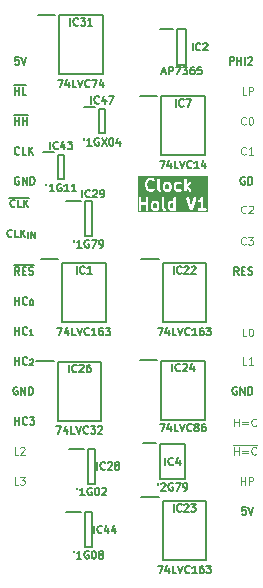
<source format=gto>
%TF.GenerationSoftware,KiCad,Pcbnew,8.0.5*%
%TF.CreationDate,2024-09-17T17:49:43+02:00*%
%TF.ProjectId,W65C816 Clock Hold,57363543-3831-4362-9043-6c6f636b2048,V1*%
%TF.SameCoordinates,PX525bfc0PY43d3480*%
%TF.FileFunction,Legend,Top*%
%TF.FilePolarity,Positive*%
%FSLAX46Y46*%
G04 Gerber Fmt 4.6, Leading zero omitted, Abs format (unit mm)*
G04 Created by KiCad (PCBNEW 8.0.5) date 2024-09-17 17:49:43*
%MOMM*%
%LPD*%
G01*
G04 APERTURE LIST*
%ADD10C,0.150000*%
%ADD11C,0.100000*%
%ADD12C,0.200000*%
G04 APERTURE END LIST*
D10*
X1392874Y-30765963D02*
X1392874Y-30130963D01*
X1392874Y-30433344D02*
X1755731Y-30433344D01*
X1755731Y-30765963D02*
X1755731Y-30130963D01*
X2420969Y-30705486D02*
X2390731Y-30735725D01*
X2390731Y-30735725D02*
X2300017Y-30765963D01*
X2300017Y-30765963D02*
X2239541Y-30765963D01*
X2239541Y-30765963D02*
X2148826Y-30735725D01*
X2148826Y-30735725D02*
X2088350Y-30675248D01*
X2088350Y-30675248D02*
X2058112Y-30614772D01*
X2058112Y-30614772D02*
X2027874Y-30493820D01*
X2027874Y-30493820D02*
X2027874Y-30403105D01*
X2027874Y-30403105D02*
X2058112Y-30282153D01*
X2058112Y-30282153D02*
X2088350Y-30221677D01*
X2088350Y-30221677D02*
X2148826Y-30161201D01*
X2148826Y-30161201D02*
X2239541Y-30130963D01*
X2239541Y-30130963D02*
X2300017Y-30130963D01*
X2300017Y-30130963D02*
X2390731Y-30161201D01*
X2390731Y-30161201D02*
X2420969Y-30191439D01*
X2632636Y-30130963D02*
X3025731Y-30130963D01*
X3025731Y-30130963D02*
X2814064Y-30372867D01*
X2814064Y-30372867D02*
X2904779Y-30372867D01*
X2904779Y-30372867D02*
X2965255Y-30403105D01*
X2965255Y-30403105D02*
X2995493Y-30433344D01*
X2995493Y-30433344D02*
X3025731Y-30493820D01*
X3025731Y-30493820D02*
X3025731Y-30645010D01*
X3025731Y-30645010D02*
X2995493Y-30705486D01*
X2995493Y-30705486D02*
X2965255Y-30735725D01*
X2965255Y-30735725D02*
X2904779Y-30765963D01*
X2904779Y-30765963D02*
X2723350Y-30765963D01*
X2723350Y-30765963D02*
X2662874Y-30735725D01*
X2662874Y-30735725D02*
X2632636Y-30705486D01*
X20832125Y-9841201D02*
X20771649Y-9810963D01*
X20771649Y-9810963D02*
X20680935Y-9810963D01*
X20680935Y-9810963D02*
X20590220Y-9841201D01*
X20590220Y-9841201D02*
X20529744Y-9901677D01*
X20529744Y-9901677D02*
X20499506Y-9962153D01*
X20499506Y-9962153D02*
X20469268Y-10083105D01*
X20469268Y-10083105D02*
X20469268Y-10173820D01*
X20469268Y-10173820D02*
X20499506Y-10294772D01*
X20499506Y-10294772D02*
X20529744Y-10355248D01*
X20529744Y-10355248D02*
X20590220Y-10415725D01*
X20590220Y-10415725D02*
X20680935Y-10445963D01*
X20680935Y-10445963D02*
X20741411Y-10445963D01*
X20741411Y-10445963D02*
X20832125Y-10415725D01*
X20832125Y-10415725D02*
X20862363Y-10385486D01*
X20862363Y-10385486D02*
X20862363Y-10173820D01*
X20862363Y-10173820D02*
X20741411Y-10173820D01*
X21134506Y-10445963D02*
X21134506Y-9810963D01*
X21134506Y-9810963D02*
X21285696Y-9810963D01*
X21285696Y-9810963D02*
X21376411Y-9841201D01*
X21376411Y-9841201D02*
X21436887Y-9901677D01*
X21436887Y-9901677D02*
X21467125Y-9962153D01*
X21467125Y-9962153D02*
X21497363Y-10083105D01*
X21497363Y-10083105D02*
X21497363Y-10173820D01*
X21497363Y-10173820D02*
X21467125Y-10294772D01*
X21467125Y-10294772D02*
X21436887Y-10355248D01*
X21436887Y-10355248D02*
X21376411Y-10415725D01*
X21376411Y-10415725D02*
X21285696Y-10445963D01*
X21285696Y-10445963D02*
X21134506Y-10445963D01*
X1725493Y-9841201D02*
X1665017Y-9810963D01*
X1665017Y-9810963D02*
X1574303Y-9810963D01*
X1574303Y-9810963D02*
X1483588Y-9841201D01*
X1483588Y-9841201D02*
X1423112Y-9901677D01*
X1423112Y-9901677D02*
X1392874Y-9962153D01*
X1392874Y-9962153D02*
X1362636Y-10083105D01*
X1362636Y-10083105D02*
X1362636Y-10173820D01*
X1362636Y-10173820D02*
X1392874Y-10294772D01*
X1392874Y-10294772D02*
X1423112Y-10355248D01*
X1423112Y-10355248D02*
X1483588Y-10415725D01*
X1483588Y-10415725D02*
X1574303Y-10445963D01*
X1574303Y-10445963D02*
X1634779Y-10445963D01*
X1634779Y-10445963D02*
X1725493Y-10415725D01*
X1725493Y-10415725D02*
X1755731Y-10385486D01*
X1755731Y-10385486D02*
X1755731Y-10173820D01*
X1755731Y-10173820D02*
X1634779Y-10173820D01*
X2027874Y-10445963D02*
X2027874Y-9810963D01*
X2027874Y-9810963D02*
X2390731Y-10445963D01*
X2390731Y-10445963D02*
X2390731Y-9810963D01*
X2693112Y-10445963D02*
X2693112Y-9810963D01*
X2693112Y-9810963D02*
X2844302Y-9810963D01*
X2844302Y-9810963D02*
X2935017Y-9841201D01*
X2935017Y-9841201D02*
X2995493Y-9901677D01*
X2995493Y-9901677D02*
X3025731Y-9962153D01*
X3025731Y-9962153D02*
X3055969Y-10083105D01*
X3055969Y-10083105D02*
X3055969Y-10173820D01*
X3055969Y-10173820D02*
X3025731Y-10294772D01*
X3025731Y-10294772D02*
X2995493Y-10355248D01*
X2995493Y-10355248D02*
X2935017Y-10415725D01*
X2935017Y-10415725D02*
X2844302Y-10445963D01*
X2844302Y-10445963D02*
X2693112Y-10445963D01*
X1392874Y-5365963D02*
X1392874Y-4730963D01*
X1392874Y-5033344D02*
X1755731Y-5033344D01*
X1755731Y-5365963D02*
X1755731Y-4730963D01*
X2058112Y-5365963D02*
X2058112Y-4730963D01*
X2058112Y-5033344D02*
X2420969Y-5033344D01*
X2420969Y-5365963D02*
X2420969Y-4730963D01*
X1305184Y-4554675D02*
X2508660Y-4554675D01*
X1755731Y-18065963D02*
X1544064Y-17763582D01*
X1392874Y-18065963D02*
X1392874Y-17430963D01*
X1392874Y-17430963D02*
X1634779Y-17430963D01*
X1634779Y-17430963D02*
X1695255Y-17461201D01*
X1695255Y-17461201D02*
X1725493Y-17491439D01*
X1725493Y-17491439D02*
X1755731Y-17551915D01*
X1755731Y-17551915D02*
X1755731Y-17642629D01*
X1755731Y-17642629D02*
X1725493Y-17703105D01*
X1725493Y-17703105D02*
X1695255Y-17733344D01*
X1695255Y-17733344D02*
X1634779Y-17763582D01*
X1634779Y-17763582D02*
X1392874Y-17763582D01*
X2027874Y-17733344D02*
X2239541Y-17733344D01*
X2330255Y-18065963D02*
X2027874Y-18065963D01*
X2027874Y-18065963D02*
X2027874Y-17430963D01*
X2027874Y-17430963D02*
X2330255Y-17430963D01*
X2572160Y-18035725D02*
X2662874Y-18065963D01*
X2662874Y-18065963D02*
X2814065Y-18065963D01*
X2814065Y-18065963D02*
X2874541Y-18035725D01*
X2874541Y-18035725D02*
X2904779Y-18005486D01*
X2904779Y-18005486D02*
X2935017Y-17945010D01*
X2935017Y-17945010D02*
X2935017Y-17884534D01*
X2935017Y-17884534D02*
X2904779Y-17824058D01*
X2904779Y-17824058D02*
X2874541Y-17793820D01*
X2874541Y-17793820D02*
X2814065Y-17763582D01*
X2814065Y-17763582D02*
X2693112Y-17733344D01*
X2693112Y-17733344D02*
X2632636Y-17703105D01*
X2632636Y-17703105D02*
X2602398Y-17672867D01*
X2602398Y-17672867D02*
X2572160Y-17612391D01*
X2572160Y-17612391D02*
X2572160Y-17551915D01*
X2572160Y-17551915D02*
X2602398Y-17491439D01*
X2602398Y-17491439D02*
X2632636Y-17461201D01*
X2632636Y-17461201D02*
X2693112Y-17430963D01*
X2693112Y-17430963D02*
X2844303Y-17430963D01*
X2844303Y-17430963D02*
X2935017Y-17461201D01*
X1305184Y-17254675D02*
X2992470Y-17254675D01*
D11*
X20925496Y-15468086D02*
X20895258Y-15498325D01*
X20895258Y-15498325D02*
X20804544Y-15528563D01*
X20804544Y-15528563D02*
X20744068Y-15528563D01*
X20744068Y-15528563D02*
X20653353Y-15498325D01*
X20653353Y-15498325D02*
X20592877Y-15437848D01*
X20592877Y-15437848D02*
X20562639Y-15377372D01*
X20562639Y-15377372D02*
X20532401Y-15256420D01*
X20532401Y-15256420D02*
X20532401Y-15165705D01*
X20532401Y-15165705D02*
X20562639Y-15044753D01*
X20562639Y-15044753D02*
X20592877Y-14984277D01*
X20592877Y-14984277D02*
X20653353Y-14923801D01*
X20653353Y-14923801D02*
X20744068Y-14893563D01*
X20744068Y-14893563D02*
X20804544Y-14893563D01*
X20804544Y-14893563D02*
X20895258Y-14923801D01*
X20895258Y-14923801D02*
X20925496Y-14954039D01*
X21137163Y-14893563D02*
X21530258Y-14893563D01*
X21530258Y-14893563D02*
X21318591Y-15135467D01*
X21318591Y-15135467D02*
X21409306Y-15135467D01*
X21409306Y-15135467D02*
X21469782Y-15165705D01*
X21469782Y-15165705D02*
X21500020Y-15195944D01*
X21500020Y-15195944D02*
X21530258Y-15256420D01*
X21530258Y-15256420D02*
X21530258Y-15407610D01*
X21530258Y-15407610D02*
X21500020Y-15468086D01*
X21500020Y-15468086D02*
X21469782Y-15498325D01*
X21469782Y-15498325D02*
X21409306Y-15528563D01*
X21409306Y-15528563D02*
X21227877Y-15528563D01*
X21227877Y-15528563D02*
X21167401Y-15498325D01*
X21167401Y-15498325D02*
X21137163Y-15468086D01*
D10*
X1695255Y349037D02*
X1392874Y349037D01*
X1392874Y349037D02*
X1362636Y46656D01*
X1362636Y46656D02*
X1392874Y76895D01*
X1392874Y76895D02*
X1453350Y107133D01*
X1453350Y107133D02*
X1604541Y107133D01*
X1604541Y107133D02*
X1665017Y76895D01*
X1665017Y76895D02*
X1695255Y46656D01*
X1695255Y46656D02*
X1725493Y-13820D01*
X1725493Y-13820D02*
X1725493Y-165010D01*
X1725493Y-165010D02*
X1695255Y-225486D01*
X1695255Y-225486D02*
X1665017Y-255725D01*
X1665017Y-255725D02*
X1604541Y-285963D01*
X1604541Y-285963D02*
X1453350Y-285963D01*
X1453350Y-285963D02*
X1392874Y-255725D01*
X1392874Y-255725D02*
X1362636Y-225486D01*
X1906922Y349037D02*
X2118588Y-285963D01*
X2118588Y-285963D02*
X2330255Y349037D01*
D11*
X19969973Y-33308563D02*
X19969973Y-32673563D01*
X19969973Y-32975944D02*
X20332830Y-32975944D01*
X20332830Y-33308563D02*
X20332830Y-32673563D01*
X20635211Y-32975944D02*
X21119021Y-32975944D01*
X21119021Y-33157372D02*
X20635211Y-33157372D01*
X21784258Y-33248086D02*
X21754020Y-33278325D01*
X21754020Y-33278325D02*
X21663306Y-33308563D01*
X21663306Y-33308563D02*
X21602830Y-33308563D01*
X21602830Y-33308563D02*
X21512115Y-33278325D01*
X21512115Y-33278325D02*
X21451639Y-33217848D01*
X21451639Y-33217848D02*
X21421401Y-33157372D01*
X21421401Y-33157372D02*
X21391163Y-33036420D01*
X21391163Y-33036420D02*
X21391163Y-32945705D01*
X21391163Y-32945705D02*
X21421401Y-32824753D01*
X21421401Y-32824753D02*
X21451639Y-32764277D01*
X21451639Y-32764277D02*
X21512115Y-32703801D01*
X21512115Y-32703801D02*
X21602830Y-32673563D01*
X21602830Y-32673563D02*
X21663306Y-32673563D01*
X21663306Y-32673563D02*
X21754020Y-32703801D01*
X21754020Y-32703801D02*
X21784258Y-32734039D01*
X19882283Y-32497275D02*
X21841711Y-32497275D01*
X20925496Y-7848086D02*
X20895258Y-7878325D01*
X20895258Y-7878325D02*
X20804544Y-7908563D01*
X20804544Y-7908563D02*
X20744068Y-7908563D01*
X20744068Y-7908563D02*
X20653353Y-7878325D01*
X20653353Y-7878325D02*
X20592877Y-7817848D01*
X20592877Y-7817848D02*
X20562639Y-7757372D01*
X20562639Y-7757372D02*
X20532401Y-7636420D01*
X20532401Y-7636420D02*
X20532401Y-7545705D01*
X20532401Y-7545705D02*
X20562639Y-7424753D01*
X20562639Y-7424753D02*
X20592877Y-7364277D01*
X20592877Y-7364277D02*
X20653353Y-7303801D01*
X20653353Y-7303801D02*
X20744068Y-7273563D01*
X20744068Y-7273563D02*
X20804544Y-7273563D01*
X20804544Y-7273563D02*
X20895258Y-7303801D01*
X20895258Y-7303801D02*
X20925496Y-7334039D01*
X21530258Y-7908563D02*
X21167401Y-7908563D01*
X21348829Y-7908563D02*
X21348829Y-7273563D01*
X21348829Y-7273563D02*
X21288353Y-7364277D01*
X21288353Y-7364277D02*
X21227877Y-7424753D01*
X21227877Y-7424753D02*
X21167401Y-7454991D01*
D10*
X20318077Y-18065963D02*
X20106410Y-17763582D01*
X19955220Y-18065963D02*
X19955220Y-17430963D01*
X19955220Y-17430963D02*
X20197125Y-17430963D01*
X20197125Y-17430963D02*
X20257601Y-17461201D01*
X20257601Y-17461201D02*
X20287839Y-17491439D01*
X20287839Y-17491439D02*
X20318077Y-17551915D01*
X20318077Y-17551915D02*
X20318077Y-17642629D01*
X20318077Y-17642629D02*
X20287839Y-17703105D01*
X20287839Y-17703105D02*
X20257601Y-17733344D01*
X20257601Y-17733344D02*
X20197125Y-17763582D01*
X20197125Y-17763582D02*
X19955220Y-17763582D01*
X20590220Y-17733344D02*
X20801887Y-17733344D01*
X20892601Y-18065963D02*
X20590220Y-18065963D01*
X20590220Y-18065963D02*
X20590220Y-17430963D01*
X20590220Y-17430963D02*
X20892601Y-17430963D01*
X21134506Y-18035725D02*
X21225220Y-18065963D01*
X21225220Y-18065963D02*
X21376411Y-18065963D01*
X21376411Y-18065963D02*
X21436887Y-18035725D01*
X21436887Y-18035725D02*
X21467125Y-18005486D01*
X21467125Y-18005486D02*
X21497363Y-17945010D01*
X21497363Y-17945010D02*
X21497363Y-17884534D01*
X21497363Y-17884534D02*
X21467125Y-17824058D01*
X21467125Y-17824058D02*
X21436887Y-17793820D01*
X21436887Y-17793820D02*
X21376411Y-17763582D01*
X21376411Y-17763582D02*
X21255458Y-17733344D01*
X21255458Y-17733344D02*
X21194982Y-17703105D01*
X21194982Y-17703105D02*
X21164744Y-17672867D01*
X21164744Y-17672867D02*
X21134506Y-17612391D01*
X21134506Y-17612391D02*
X21134506Y-17551915D01*
X21134506Y-17551915D02*
X21164744Y-17491439D01*
X21164744Y-17491439D02*
X21194982Y-17461201D01*
X21194982Y-17461201D02*
X21255458Y-17430963D01*
X21255458Y-17430963D02*
X21406649Y-17430963D01*
X21406649Y-17430963D02*
X21497363Y-17461201D01*
X1374731Y-12290486D02*
X1344493Y-12320725D01*
X1344493Y-12320725D02*
X1253779Y-12350963D01*
X1253779Y-12350963D02*
X1193303Y-12350963D01*
X1193303Y-12350963D02*
X1102588Y-12320725D01*
X1102588Y-12320725D02*
X1042112Y-12260248D01*
X1042112Y-12260248D02*
X1011874Y-12199772D01*
X1011874Y-12199772D02*
X981636Y-12078820D01*
X981636Y-12078820D02*
X981636Y-11988105D01*
X981636Y-11988105D02*
X1011874Y-11867153D01*
X1011874Y-11867153D02*
X1042112Y-11806677D01*
X1042112Y-11806677D02*
X1102588Y-11746201D01*
X1102588Y-11746201D02*
X1193303Y-11715963D01*
X1193303Y-11715963D02*
X1253779Y-11715963D01*
X1253779Y-11715963D02*
X1344493Y-11746201D01*
X1344493Y-11746201D02*
X1374731Y-11776439D01*
X1949255Y-12350963D02*
X1646874Y-12350963D01*
X1646874Y-12350963D02*
X1646874Y-11715963D01*
X2160922Y-12350963D02*
X2160922Y-11715963D01*
X2523779Y-12350963D02*
X2251636Y-11988105D01*
X2523779Y-11715963D02*
X2160922Y-12078820D01*
X924184Y-11539675D02*
X2581232Y-11539675D01*
X1755731Y-7845486D02*
X1725493Y-7875725D01*
X1725493Y-7875725D02*
X1634779Y-7905963D01*
X1634779Y-7905963D02*
X1574303Y-7905963D01*
X1574303Y-7905963D02*
X1483588Y-7875725D01*
X1483588Y-7875725D02*
X1423112Y-7815248D01*
X1423112Y-7815248D02*
X1392874Y-7754772D01*
X1392874Y-7754772D02*
X1362636Y-7633820D01*
X1362636Y-7633820D02*
X1362636Y-7543105D01*
X1362636Y-7543105D02*
X1392874Y-7422153D01*
X1392874Y-7422153D02*
X1423112Y-7361677D01*
X1423112Y-7361677D02*
X1483588Y-7301201D01*
X1483588Y-7301201D02*
X1574303Y-7270963D01*
X1574303Y-7270963D02*
X1634779Y-7270963D01*
X1634779Y-7270963D02*
X1725493Y-7301201D01*
X1725493Y-7301201D02*
X1755731Y-7331439D01*
X2330255Y-7905963D02*
X2027874Y-7905963D01*
X2027874Y-7905963D02*
X2027874Y-7270963D01*
X2541922Y-7905963D02*
X2541922Y-7270963D01*
X2904779Y-7905963D02*
X2632636Y-7543105D01*
X2904779Y-7270963D02*
X2541922Y-7633820D01*
D11*
X20925496Y-12801086D02*
X20895258Y-12831325D01*
X20895258Y-12831325D02*
X20804544Y-12861563D01*
X20804544Y-12861563D02*
X20744068Y-12861563D01*
X20744068Y-12861563D02*
X20653353Y-12831325D01*
X20653353Y-12831325D02*
X20592877Y-12770848D01*
X20592877Y-12770848D02*
X20562639Y-12710372D01*
X20562639Y-12710372D02*
X20532401Y-12589420D01*
X20532401Y-12589420D02*
X20532401Y-12498705D01*
X20532401Y-12498705D02*
X20562639Y-12377753D01*
X20562639Y-12377753D02*
X20592877Y-12317277D01*
X20592877Y-12317277D02*
X20653353Y-12256801D01*
X20653353Y-12256801D02*
X20744068Y-12226563D01*
X20744068Y-12226563D02*
X20804544Y-12226563D01*
X20804544Y-12226563D02*
X20895258Y-12256801D01*
X20895258Y-12256801D02*
X20925496Y-12287039D01*
X21167401Y-12287039D02*
X21197639Y-12256801D01*
X21197639Y-12256801D02*
X21258115Y-12226563D01*
X21258115Y-12226563D02*
X21409306Y-12226563D01*
X21409306Y-12226563D02*
X21469782Y-12256801D01*
X21469782Y-12256801D02*
X21500020Y-12287039D01*
X21500020Y-12287039D02*
X21530258Y-12347515D01*
X21530258Y-12347515D02*
X21530258Y-12407991D01*
X21530258Y-12407991D02*
X21500020Y-12498705D01*
X21500020Y-12498705D02*
X21137163Y-12861563D01*
X21137163Y-12861563D02*
X21530258Y-12861563D01*
X20925496Y-5308086D02*
X20895258Y-5338325D01*
X20895258Y-5338325D02*
X20804544Y-5368563D01*
X20804544Y-5368563D02*
X20744068Y-5368563D01*
X20744068Y-5368563D02*
X20653353Y-5338325D01*
X20653353Y-5338325D02*
X20592877Y-5277848D01*
X20592877Y-5277848D02*
X20562639Y-5217372D01*
X20562639Y-5217372D02*
X20532401Y-5096420D01*
X20532401Y-5096420D02*
X20532401Y-5005705D01*
X20532401Y-5005705D02*
X20562639Y-4884753D01*
X20562639Y-4884753D02*
X20592877Y-4824277D01*
X20592877Y-4824277D02*
X20653353Y-4763801D01*
X20653353Y-4763801D02*
X20744068Y-4733563D01*
X20744068Y-4733563D02*
X20804544Y-4733563D01*
X20804544Y-4733563D02*
X20895258Y-4763801D01*
X20895258Y-4763801D02*
X20925496Y-4794039D01*
X21318591Y-4733563D02*
X21379068Y-4733563D01*
X21379068Y-4733563D02*
X21439544Y-4763801D01*
X21439544Y-4763801D02*
X21469782Y-4794039D01*
X21469782Y-4794039D02*
X21500020Y-4854515D01*
X21500020Y-4854515D02*
X21530258Y-4975467D01*
X21530258Y-4975467D02*
X21530258Y-5126658D01*
X21530258Y-5126658D02*
X21500020Y-5247610D01*
X21500020Y-5247610D02*
X21469782Y-5308086D01*
X21469782Y-5308086D02*
X21439544Y-5338325D01*
X21439544Y-5338325D02*
X21379068Y-5368563D01*
X21379068Y-5368563D02*
X21318591Y-5368563D01*
X21318591Y-5368563D02*
X21258115Y-5338325D01*
X21258115Y-5338325D02*
X21227877Y-5308086D01*
X21227877Y-5308086D02*
X21197639Y-5247610D01*
X21197639Y-5247610D02*
X21167401Y-5126658D01*
X21167401Y-5126658D02*
X21167401Y-4975467D01*
X21167401Y-4975467D02*
X21197639Y-4854515D01*
X21197639Y-4854515D02*
X21227877Y-4794039D01*
X21227877Y-4794039D02*
X21258115Y-4763801D01*
X21258115Y-4763801D02*
X21318591Y-4733563D01*
X20502163Y-35848563D02*
X20502163Y-35213563D01*
X20502163Y-35515944D02*
X20865020Y-35515944D01*
X20865020Y-35848563D02*
X20865020Y-35213563D01*
X21167401Y-35848563D02*
X21167401Y-35213563D01*
X21167401Y-35213563D02*
X21409306Y-35213563D01*
X21409306Y-35213563D02*
X21469782Y-35243801D01*
X21469782Y-35243801D02*
X21500020Y-35274039D01*
X21500020Y-35274039D02*
X21530258Y-35334515D01*
X21530258Y-35334515D02*
X21530258Y-35425229D01*
X21530258Y-35425229D02*
X21500020Y-35485705D01*
X21500020Y-35485705D02*
X21469782Y-35515944D01*
X21469782Y-35515944D02*
X21409306Y-35546182D01*
X21409306Y-35546182D02*
X21167401Y-35546182D01*
D10*
X1598493Y-27621201D02*
X1538017Y-27590963D01*
X1538017Y-27590963D02*
X1447303Y-27590963D01*
X1447303Y-27590963D02*
X1356588Y-27621201D01*
X1356588Y-27621201D02*
X1296112Y-27681677D01*
X1296112Y-27681677D02*
X1265874Y-27742153D01*
X1265874Y-27742153D02*
X1235636Y-27863105D01*
X1235636Y-27863105D02*
X1235636Y-27953820D01*
X1235636Y-27953820D02*
X1265874Y-28074772D01*
X1265874Y-28074772D02*
X1296112Y-28135248D01*
X1296112Y-28135248D02*
X1356588Y-28195725D01*
X1356588Y-28195725D02*
X1447303Y-28225963D01*
X1447303Y-28225963D02*
X1507779Y-28225963D01*
X1507779Y-28225963D02*
X1598493Y-28195725D01*
X1598493Y-28195725D02*
X1628731Y-28165486D01*
X1628731Y-28165486D02*
X1628731Y-27953820D01*
X1628731Y-27953820D02*
X1507779Y-27953820D01*
X1900874Y-28225963D02*
X1900874Y-27590963D01*
X1900874Y-27590963D02*
X2263731Y-28225963D01*
X2263731Y-28225963D02*
X2263731Y-27590963D01*
X2566112Y-28225963D02*
X2566112Y-27590963D01*
X2566112Y-27590963D02*
X2717302Y-27590963D01*
X2717302Y-27590963D02*
X2808017Y-27621201D01*
X2808017Y-27621201D02*
X2868493Y-27681677D01*
X2868493Y-27681677D02*
X2898731Y-27742153D01*
X2898731Y-27742153D02*
X2928969Y-27863105D01*
X2928969Y-27863105D02*
X2928969Y-27953820D01*
X2928969Y-27953820D02*
X2898731Y-28074772D01*
X2898731Y-28074772D02*
X2868493Y-28135248D01*
X2868493Y-28135248D02*
X2808017Y-28195725D01*
X2808017Y-28195725D02*
X2717302Y-28225963D01*
X2717302Y-28225963D02*
X2566112Y-28225963D01*
X20922839Y-37750963D02*
X20620458Y-37750963D01*
X20620458Y-37750963D02*
X20590220Y-38053344D01*
X20590220Y-38053344D02*
X20620458Y-38023105D01*
X20620458Y-38023105D02*
X20680934Y-37992867D01*
X20680934Y-37992867D02*
X20832125Y-37992867D01*
X20832125Y-37992867D02*
X20892601Y-38023105D01*
X20892601Y-38023105D02*
X20922839Y-38053344D01*
X20922839Y-38053344D02*
X20953077Y-38113820D01*
X20953077Y-38113820D02*
X20953077Y-38265010D01*
X20953077Y-38265010D02*
X20922839Y-38325486D01*
X20922839Y-38325486D02*
X20892601Y-38355725D01*
X20892601Y-38355725D02*
X20832125Y-38385963D01*
X20832125Y-38385963D02*
X20680934Y-38385963D01*
X20680934Y-38385963D02*
X20620458Y-38355725D01*
X20620458Y-38355725D02*
X20590220Y-38325486D01*
X21134506Y-37750963D02*
X21346172Y-38385963D01*
X21346172Y-38385963D02*
X21557839Y-37750963D01*
X20166887Y-27621201D02*
X20106411Y-27590963D01*
X20106411Y-27590963D02*
X20015697Y-27590963D01*
X20015697Y-27590963D02*
X19924982Y-27621201D01*
X19924982Y-27621201D02*
X19864506Y-27681677D01*
X19864506Y-27681677D02*
X19834268Y-27742153D01*
X19834268Y-27742153D02*
X19804030Y-27863105D01*
X19804030Y-27863105D02*
X19804030Y-27953820D01*
X19804030Y-27953820D02*
X19834268Y-28074772D01*
X19834268Y-28074772D02*
X19864506Y-28135248D01*
X19864506Y-28135248D02*
X19924982Y-28195725D01*
X19924982Y-28195725D02*
X20015697Y-28225963D01*
X20015697Y-28225963D02*
X20076173Y-28225963D01*
X20076173Y-28225963D02*
X20166887Y-28195725D01*
X20166887Y-28195725D02*
X20197125Y-28165486D01*
X20197125Y-28165486D02*
X20197125Y-27953820D01*
X20197125Y-27953820D02*
X20076173Y-27953820D01*
X20469268Y-28225963D02*
X20469268Y-27590963D01*
X20469268Y-27590963D02*
X20832125Y-28225963D01*
X20832125Y-28225963D02*
X20832125Y-27590963D01*
X21134506Y-28225963D02*
X21134506Y-27590963D01*
X21134506Y-27590963D02*
X21285696Y-27590963D01*
X21285696Y-27590963D02*
X21376411Y-27621201D01*
X21376411Y-27621201D02*
X21436887Y-27681677D01*
X21436887Y-27681677D02*
X21467125Y-27742153D01*
X21467125Y-27742153D02*
X21497363Y-27863105D01*
X21497363Y-27863105D02*
X21497363Y-27953820D01*
X21497363Y-27953820D02*
X21467125Y-28074772D01*
X21467125Y-28074772D02*
X21436887Y-28135248D01*
X21436887Y-28135248D02*
X21376411Y-28195725D01*
X21376411Y-28195725D02*
X21285696Y-28225963D01*
X21285696Y-28225963D02*
X21134506Y-28225963D01*
X19562125Y-285963D02*
X19562125Y349037D01*
X19562125Y349037D02*
X19804030Y349037D01*
X19804030Y349037D02*
X19864506Y318799D01*
X19864506Y318799D02*
X19894744Y288561D01*
X19894744Y288561D02*
X19924982Y228085D01*
X19924982Y228085D02*
X19924982Y137371D01*
X19924982Y137371D02*
X19894744Y76895D01*
X19894744Y76895D02*
X19864506Y46656D01*
X19864506Y46656D02*
X19804030Y16418D01*
X19804030Y16418D02*
X19562125Y16418D01*
X20197125Y-285963D02*
X20197125Y349037D01*
X20197125Y46656D02*
X20559982Y46656D01*
X20559982Y-285963D02*
X20559982Y349037D01*
X20862363Y-285963D02*
X20862363Y349037D01*
X21134506Y288561D02*
X21164744Y318799D01*
X21164744Y318799D02*
X21225220Y349037D01*
X21225220Y349037D02*
X21376411Y349037D01*
X21376411Y349037D02*
X21436887Y318799D01*
X21436887Y318799D02*
X21467125Y288561D01*
X21467125Y288561D02*
X21497363Y228085D01*
X21497363Y228085D02*
X21497363Y167609D01*
X21497363Y167609D02*
X21467125Y76895D01*
X21467125Y76895D02*
X21104268Y-285963D01*
X21104268Y-285963D02*
X21497363Y-285963D01*
X1392874Y-2825963D02*
X1392874Y-2190963D01*
X1392874Y-2493344D02*
X1755731Y-2493344D01*
X1755731Y-2825963D02*
X1755731Y-2190963D01*
X2360493Y-2825963D02*
X2058112Y-2825963D01*
X2058112Y-2825963D02*
X2058112Y-2190963D01*
X1305184Y-2014675D02*
X2357470Y-2014675D01*
D12*
G36*
X13363239Y-12030357D02*
G01*
X13387908Y-12055025D01*
X13417713Y-12114635D01*
X13417713Y-12353135D01*
X13387908Y-12412743D01*
X13363239Y-12437413D01*
X13303630Y-12467219D01*
X13207987Y-12467219D01*
X13148377Y-12437414D01*
X13123710Y-12412746D01*
X13093904Y-12353134D01*
X13093904Y-12114635D01*
X13123709Y-12055025D01*
X13148377Y-12030356D01*
X13207987Y-12000552D01*
X13303630Y-12000552D01*
X13363239Y-12030357D01*
G37*
G36*
X14798666Y-12009974D02*
G01*
X14798666Y-12457796D01*
X14779821Y-12467219D01*
X14636559Y-12467219D01*
X14576949Y-12437414D01*
X14552282Y-12412746D01*
X14522476Y-12353134D01*
X14522476Y-12114635D01*
X14552281Y-12055025D01*
X14576949Y-12030356D01*
X14636559Y-12000552D01*
X14779821Y-12000552D01*
X14798666Y-12009974D01*
G37*
G36*
X14387049Y-10420413D02*
G01*
X14411718Y-10445081D01*
X14441523Y-10504691D01*
X14441523Y-10743191D01*
X14411718Y-10802799D01*
X14387049Y-10827469D01*
X14327440Y-10857275D01*
X14231797Y-10857275D01*
X14172187Y-10827470D01*
X14147520Y-10802802D01*
X14117714Y-10743190D01*
X14117714Y-10504691D01*
X14147519Y-10445081D01*
X14172187Y-10420412D01*
X14231797Y-10390608D01*
X14327440Y-10390608D01*
X14387049Y-10420413D01*
G37*
G36*
X17726904Y-12778330D02*
G01*
X11782793Y-12778330D01*
X11782793Y-11567219D01*
X11893904Y-11567219D01*
X11893904Y-12567219D01*
X11895825Y-12586728D01*
X11910757Y-12622776D01*
X11938347Y-12650366D01*
X11974395Y-12665298D01*
X12013413Y-12665298D01*
X12049461Y-12650366D01*
X12077051Y-12622776D01*
X12091983Y-12586728D01*
X12093904Y-12567219D01*
X12093904Y-12143409D01*
X12465332Y-12143409D01*
X12465332Y-12567219D01*
X12467253Y-12586728D01*
X12482185Y-12622776D01*
X12509775Y-12650366D01*
X12545823Y-12665298D01*
X12584841Y-12665298D01*
X12620889Y-12650366D01*
X12648479Y-12622776D01*
X12663411Y-12586728D01*
X12665332Y-12567219D01*
X12665332Y-12091028D01*
X12893904Y-12091028D01*
X12893904Y-12376742D01*
X12895825Y-12396251D01*
X12897200Y-12399571D01*
X12897455Y-12403155D01*
X12904461Y-12421463D01*
X12952080Y-12516701D01*
X12957363Y-12525093D01*
X12958375Y-12527537D01*
X12960631Y-12530286D01*
X12962523Y-12533291D01*
X12964517Y-12535020D01*
X12970812Y-12542690D01*
X13018430Y-12590310D01*
X13026098Y-12596603D01*
X13027830Y-12598600D01*
X13030838Y-12600493D01*
X13033584Y-12602747D01*
X13036024Y-12603757D01*
X13044421Y-12609043D01*
X13139658Y-12656662D01*
X13157967Y-12663668D01*
X13161550Y-12663922D01*
X13164871Y-12665298D01*
X13184380Y-12667219D01*
X13327237Y-12667219D01*
X13346746Y-12665298D01*
X13350066Y-12663922D01*
X13353650Y-12663668D01*
X13371958Y-12656662D01*
X13467196Y-12609043D01*
X13475591Y-12603758D01*
X13478033Y-12602747D01*
X13480780Y-12600491D01*
X13483786Y-12598600D01*
X13485516Y-12596605D01*
X13493186Y-12590310D01*
X13540805Y-12542690D01*
X13547097Y-12535023D01*
X13549094Y-12533292D01*
X13550987Y-12530284D01*
X13553242Y-12527537D01*
X13554253Y-12525095D01*
X13559537Y-12516701D01*
X13607156Y-12421464D01*
X13614162Y-12403155D01*
X13614416Y-12399571D01*
X13615792Y-12396251D01*
X13617713Y-12376742D01*
X13617713Y-12091028D01*
X13615792Y-12071519D01*
X13614416Y-12068198D01*
X13614162Y-12064615D01*
X13607156Y-12046306D01*
X13559537Y-11951069D01*
X13554251Y-11942672D01*
X13553241Y-11940232D01*
X13550987Y-11937486D01*
X13549094Y-11934478D01*
X13547096Y-11932745D01*
X13540804Y-11925079D01*
X13493186Y-11877460D01*
X13485515Y-11871165D01*
X13483786Y-11869171D01*
X13480778Y-11867277D01*
X13478032Y-11865024D01*
X13475592Y-11864013D01*
X13467196Y-11858728D01*
X13371958Y-11811109D01*
X13353650Y-11804103D01*
X13350066Y-11803848D01*
X13346746Y-11802473D01*
X13327237Y-11800552D01*
X13184380Y-11800552D01*
X13164871Y-11802473D01*
X13161550Y-11803848D01*
X13157967Y-11804103D01*
X13139658Y-11811109D01*
X13044421Y-11858728D01*
X13036024Y-11864013D01*
X13033584Y-11865024D01*
X13030838Y-11867277D01*
X13027830Y-11869171D01*
X13026097Y-11871168D01*
X13018431Y-11877461D01*
X12970812Y-11925079D01*
X12964517Y-11932749D01*
X12962523Y-11934479D01*
X12960629Y-11937486D01*
X12958376Y-11940233D01*
X12957365Y-11942672D01*
X12952080Y-11951069D01*
X12904461Y-12046307D01*
X12897455Y-12064615D01*
X12897200Y-12068198D01*
X12895825Y-12071519D01*
X12893904Y-12091028D01*
X12665332Y-12091028D01*
X12665332Y-11567219D01*
X13846285Y-11567219D01*
X13846285Y-12424361D01*
X13848206Y-12443870D01*
X13849581Y-12447190D01*
X13849836Y-12450773D01*
X13856842Y-12469082D01*
X13904461Y-12564321D01*
X13906514Y-12567584D01*
X13907028Y-12569123D01*
X13908690Y-12571039D01*
X13914904Y-12580911D01*
X13924375Y-12589125D01*
X13932592Y-12598600D01*
X13942462Y-12604812D01*
X13944380Y-12606476D01*
X13945920Y-12606989D01*
X13949183Y-12609043D01*
X14044420Y-12656662D01*
X14062729Y-12663668D01*
X14101649Y-12666434D01*
X14138665Y-12654095D01*
X14168142Y-12628530D01*
X14185591Y-12593632D01*
X14188356Y-12554712D01*
X14176018Y-12517696D01*
X14150453Y-12488219D01*
X14133863Y-12477776D01*
X14068439Y-12445064D01*
X14046285Y-12400754D01*
X14046285Y-12091028D01*
X14322476Y-12091028D01*
X14322476Y-12376742D01*
X14324397Y-12396251D01*
X14325772Y-12399571D01*
X14326027Y-12403155D01*
X14333033Y-12421463D01*
X14380652Y-12516701D01*
X14385935Y-12525093D01*
X14386947Y-12527537D01*
X14389203Y-12530286D01*
X14391095Y-12533291D01*
X14393089Y-12535020D01*
X14399384Y-12542690D01*
X14447002Y-12590310D01*
X14454670Y-12596603D01*
X14456402Y-12598600D01*
X14459410Y-12600493D01*
X14462156Y-12602747D01*
X14464596Y-12603757D01*
X14472993Y-12609043D01*
X14568230Y-12656662D01*
X14586539Y-12663668D01*
X14590122Y-12663922D01*
X14593443Y-12665298D01*
X14612952Y-12667219D01*
X14803428Y-12667219D01*
X14822937Y-12665298D01*
X14826257Y-12663922D01*
X14829841Y-12663668D01*
X14848149Y-12656662D01*
X14852752Y-12654360D01*
X14879157Y-12665298D01*
X14918175Y-12665298D01*
X14954223Y-12650366D01*
X14981813Y-12622776D01*
X14996745Y-12586728D01*
X14998666Y-12567219D01*
X14998666Y-11579726D01*
X15894690Y-11579726D01*
X15899037Y-11598842D01*
X16232370Y-12598841D01*
X16240361Y-12616742D01*
X16245044Y-12622141D01*
X16248239Y-12628531D01*
X16257710Y-12636746D01*
X16265926Y-12646218D01*
X16272314Y-12649412D01*
X16277715Y-12654096D01*
X16289616Y-12658063D01*
X16300825Y-12663667D01*
X16307949Y-12664173D01*
X16314731Y-12666434D01*
X16327240Y-12665544D01*
X16339745Y-12666434D01*
X16346523Y-12664174D01*
X16353651Y-12663668D01*
X16364867Y-12658059D01*
X16376761Y-12654095D01*
X16382158Y-12649414D01*
X16388550Y-12646218D01*
X16396768Y-12636742D01*
X16406237Y-12628530D01*
X16409430Y-12622143D01*
X16414115Y-12616742D01*
X16422106Y-12598842D01*
X16674911Y-11840426D01*
X16847071Y-11840426D01*
X16849837Y-11879346D01*
X16867286Y-11914245D01*
X16896763Y-11939809D01*
X16933779Y-11952148D01*
X16972699Y-11949382D01*
X16991007Y-11942376D01*
X17086245Y-11894757D01*
X17094641Y-11889471D01*
X17097081Y-11888461D01*
X17099827Y-11886207D01*
X17102835Y-11884314D01*
X17104564Y-11882319D01*
X17112235Y-11876025D01*
X17132000Y-11856260D01*
X17132000Y-12467219D01*
X16946286Y-12467219D01*
X16926777Y-12469140D01*
X16890729Y-12484072D01*
X16863139Y-12511662D01*
X16848207Y-12547710D01*
X16848207Y-12586728D01*
X16863139Y-12622776D01*
X16890729Y-12650366D01*
X16926777Y-12665298D01*
X16946286Y-12667219D01*
X17517714Y-12667219D01*
X17537223Y-12665298D01*
X17573271Y-12650366D01*
X17600861Y-12622776D01*
X17615793Y-12586728D01*
X17615793Y-12547710D01*
X17600861Y-12511662D01*
X17573271Y-12484072D01*
X17537223Y-12469140D01*
X17517714Y-12467219D01*
X17332000Y-12467219D01*
X17332000Y-11567219D01*
X17331993Y-11567148D01*
X17332000Y-11567114D01*
X17331979Y-11567012D01*
X17330079Y-11547710D01*
X17326289Y-11538561D01*
X17324348Y-11528854D01*
X17318896Y-11520713D01*
X17315147Y-11511662D01*
X17308147Y-11504662D01*
X17302637Y-11496434D01*
X17294482Y-11490997D01*
X17287557Y-11484072D01*
X17278413Y-11480284D01*
X17270172Y-11474790D01*
X17260558Y-11472888D01*
X17251509Y-11469140D01*
X17241608Y-11469140D01*
X17231896Y-11467219D01*
X17222291Y-11469140D01*
X17212491Y-11469140D01*
X17203342Y-11472929D01*
X17193635Y-11474871D01*
X17185494Y-11480322D01*
X17176443Y-11484072D01*
X17169443Y-11491071D01*
X17161215Y-11496582D01*
X17148926Y-11511588D01*
X17148853Y-11511662D01*
X17148839Y-11511694D01*
X17148795Y-11511749D01*
X17059051Y-11646365D01*
X16982287Y-11723128D01*
X16901565Y-11763490D01*
X16884974Y-11773933D01*
X16859410Y-11803410D01*
X16847071Y-11840426D01*
X16674911Y-11840426D01*
X16755439Y-11598842D01*
X16759786Y-11579727D01*
X16757020Y-11540807D01*
X16739570Y-11505908D01*
X16710094Y-11480343D01*
X16673078Y-11468004D01*
X16634158Y-11470771D01*
X16599259Y-11488220D01*
X16573694Y-11517696D01*
X16565703Y-11535597D01*
X16327238Y-12250991D01*
X16088773Y-11535596D01*
X16080782Y-11517696D01*
X16055217Y-11488220D01*
X16020318Y-11470770D01*
X15981398Y-11468004D01*
X15944382Y-11480342D01*
X15914906Y-11505907D01*
X15897456Y-11540806D01*
X15894690Y-11579726D01*
X14998666Y-11579726D01*
X14998666Y-11567219D01*
X14996745Y-11547710D01*
X14981813Y-11511662D01*
X14954223Y-11484072D01*
X14918175Y-11469140D01*
X14879157Y-11469140D01*
X14843109Y-11484072D01*
X14815519Y-11511662D01*
X14800587Y-11547710D01*
X14798666Y-11567219D01*
X14798666Y-11800552D01*
X14612952Y-11800552D01*
X14593443Y-11802473D01*
X14590122Y-11803848D01*
X14586539Y-11804103D01*
X14568230Y-11811109D01*
X14472993Y-11858728D01*
X14464596Y-11864013D01*
X14462156Y-11865024D01*
X14459410Y-11867277D01*
X14456402Y-11869171D01*
X14454669Y-11871168D01*
X14447003Y-11877461D01*
X14399384Y-11925079D01*
X14393089Y-11932749D01*
X14391095Y-11934479D01*
X14389201Y-11937486D01*
X14386948Y-11940233D01*
X14385937Y-11942672D01*
X14380652Y-11951069D01*
X14333033Y-12046307D01*
X14326027Y-12064615D01*
X14325772Y-12068198D01*
X14324397Y-12071519D01*
X14322476Y-12091028D01*
X14046285Y-12091028D01*
X14046285Y-11567219D01*
X14044364Y-11547710D01*
X14029432Y-11511662D01*
X14001842Y-11484072D01*
X13965794Y-11469140D01*
X13926776Y-11469140D01*
X13890728Y-11484072D01*
X13863138Y-11511662D01*
X13848206Y-11547710D01*
X13846285Y-11567219D01*
X12665332Y-11567219D01*
X12663411Y-11547710D01*
X12648479Y-11511662D01*
X12620889Y-11484072D01*
X12584841Y-11469140D01*
X12545823Y-11469140D01*
X12509775Y-11484072D01*
X12482185Y-11511662D01*
X12467253Y-11547710D01*
X12465332Y-11567219D01*
X12465332Y-11943409D01*
X12093904Y-11943409D01*
X12093904Y-11567219D01*
X12091983Y-11547710D01*
X12077051Y-11511662D01*
X12049461Y-11484072D01*
X12013413Y-11469140D01*
X11974395Y-11469140D01*
X11938347Y-11484072D01*
X11910757Y-11511662D01*
X11895825Y-11547710D01*
X11893904Y-11567219D01*
X11782793Y-11567219D01*
X11782793Y-10385846D01*
X12393904Y-10385846D01*
X12393904Y-10528703D01*
X12394239Y-10532105D01*
X12394022Y-10533564D01*
X12395101Y-10540861D01*
X12395825Y-10548212D01*
X12396389Y-10549575D01*
X12396890Y-10552957D01*
X12444509Y-10743432D01*
X12445022Y-10744869D01*
X12445074Y-10745592D01*
X12448182Y-10753716D01*
X12451104Y-10761893D01*
X12451534Y-10762473D01*
X12452080Y-10763900D01*
X12499699Y-10859138D01*
X12504981Y-10867530D01*
X12505994Y-10869974D01*
X12508250Y-10872723D01*
X12510142Y-10875728D01*
X12512136Y-10877457D01*
X12518431Y-10885127D01*
X12613669Y-10980367D01*
X12628822Y-10992803D01*
X12632141Y-10994178D01*
X12634857Y-10996533D01*
X12652757Y-11004524D01*
X12795614Y-11052143D01*
X12805286Y-11054342D01*
X12807728Y-11055354D01*
X12811265Y-11055702D01*
X12814729Y-11056490D01*
X12817363Y-11056302D01*
X12827237Y-11057275D01*
X12922475Y-11057275D01*
X12932348Y-11056302D01*
X12934982Y-11056490D01*
X12938445Y-11055702D01*
X12941984Y-11055354D01*
X12944426Y-11054342D01*
X12954098Y-11052143D01*
X13096954Y-11004524D01*
X13114855Y-10996533D01*
X13117570Y-10994178D01*
X13120890Y-10992803D01*
X13136043Y-10980366D01*
X13183662Y-10932746D01*
X13196099Y-10917593D01*
X13211030Y-10881544D01*
X13211029Y-10842526D01*
X13196098Y-10806478D01*
X13168507Y-10778888D01*
X13132459Y-10763957D01*
X13093441Y-10763958D01*
X13057393Y-10778889D01*
X13042239Y-10791326D01*
X13011312Y-10822253D01*
X12906248Y-10857275D01*
X12843463Y-10857275D01*
X12738398Y-10822253D01*
X12671328Y-10755183D01*
X12635874Y-10684274D01*
X12593904Y-10516393D01*
X12593904Y-10398156D01*
X12635874Y-10230274D01*
X12671327Y-10159368D01*
X12738399Y-10092296D01*
X12843463Y-10057275D01*
X12906248Y-10057275D01*
X13011313Y-10092296D01*
X13042240Y-10123223D01*
X13057393Y-10135660D01*
X13093442Y-10150591D01*
X13132460Y-10150591D01*
X13168508Y-10135660D01*
X13196098Y-10108070D01*
X13211029Y-10072022D01*
X13211029Y-10033004D01*
X13196098Y-9996955D01*
X13183661Y-9981802D01*
X13159135Y-9957275D01*
X13441523Y-9957275D01*
X13441523Y-10814417D01*
X13443444Y-10833926D01*
X13444819Y-10837246D01*
X13445074Y-10840829D01*
X13452080Y-10859138D01*
X13499699Y-10954377D01*
X13501752Y-10957640D01*
X13502266Y-10959179D01*
X13503928Y-10961095D01*
X13510142Y-10970967D01*
X13519613Y-10979181D01*
X13527830Y-10988656D01*
X13537700Y-10994868D01*
X13539618Y-10996532D01*
X13541158Y-10997045D01*
X13544421Y-10999099D01*
X13639658Y-11046718D01*
X13657967Y-11053724D01*
X13696887Y-11056490D01*
X13733903Y-11044151D01*
X13763380Y-11018586D01*
X13780829Y-10983688D01*
X13783594Y-10944768D01*
X13771256Y-10907752D01*
X13745691Y-10878275D01*
X13729101Y-10867832D01*
X13663677Y-10835120D01*
X13641523Y-10790810D01*
X13641523Y-10481084D01*
X13917714Y-10481084D01*
X13917714Y-10766798D01*
X13919635Y-10786307D01*
X13921010Y-10789627D01*
X13921265Y-10793211D01*
X13928271Y-10811519D01*
X13975890Y-10906757D01*
X13981173Y-10915149D01*
X13982185Y-10917593D01*
X13984441Y-10920342D01*
X13986333Y-10923347D01*
X13988327Y-10925076D01*
X13994622Y-10932746D01*
X14042240Y-10980366D01*
X14049908Y-10986659D01*
X14051640Y-10988656D01*
X14054648Y-10990549D01*
X14057394Y-10992803D01*
X14059834Y-10993813D01*
X14068231Y-10999099D01*
X14163468Y-11046718D01*
X14181777Y-11053724D01*
X14185360Y-11053978D01*
X14188681Y-11055354D01*
X14208190Y-11057275D01*
X14351047Y-11057275D01*
X14370556Y-11055354D01*
X14373876Y-11053978D01*
X14377460Y-11053724D01*
X14395768Y-11046718D01*
X14491006Y-10999099D01*
X14499401Y-10993814D01*
X14501843Y-10992803D01*
X14504590Y-10990547D01*
X14507596Y-10988656D01*
X14509326Y-10986661D01*
X14516996Y-10980366D01*
X14564615Y-10932746D01*
X14570907Y-10925079D01*
X14572904Y-10923348D01*
X14574797Y-10920340D01*
X14577052Y-10917593D01*
X14578063Y-10915151D01*
X14583347Y-10906757D01*
X14630966Y-10811520D01*
X14637972Y-10793211D01*
X14638226Y-10789627D01*
X14639602Y-10786307D01*
X14641523Y-10766798D01*
X14641523Y-10481084D01*
X14822476Y-10481084D01*
X14822476Y-10766798D01*
X14824397Y-10786307D01*
X14825772Y-10789627D01*
X14826027Y-10793211D01*
X14833033Y-10811519D01*
X14880652Y-10906757D01*
X14885935Y-10915149D01*
X14886947Y-10917593D01*
X14889203Y-10920342D01*
X14891095Y-10923347D01*
X14893089Y-10925076D01*
X14899384Y-10932746D01*
X14947002Y-10980366D01*
X14954670Y-10986659D01*
X14956402Y-10988656D01*
X14959410Y-10990549D01*
X14962156Y-10992803D01*
X14964596Y-10993813D01*
X14972993Y-10999099D01*
X15068230Y-11046718D01*
X15086539Y-11053724D01*
X15090122Y-11053978D01*
X15093443Y-11055354D01*
X15112952Y-11057275D01*
X15303428Y-11057275D01*
X15322937Y-11055354D01*
X15326257Y-11053978D01*
X15329841Y-11053724D01*
X15348149Y-11046718D01*
X15443387Y-10999099D01*
X15459977Y-10988656D01*
X15485542Y-10959179D01*
X15497880Y-10922163D01*
X15495115Y-10883243D01*
X15477666Y-10848345D01*
X15448189Y-10822780D01*
X15411173Y-10810441D01*
X15372253Y-10813207D01*
X15353944Y-10820213D01*
X15279821Y-10857275D01*
X15136559Y-10857275D01*
X15076949Y-10827470D01*
X15052282Y-10802802D01*
X15022476Y-10743190D01*
X15022476Y-10504691D01*
X15052281Y-10445081D01*
X15076949Y-10420412D01*
X15136559Y-10390608D01*
X15279821Y-10390608D01*
X15353944Y-10427670D01*
X15372253Y-10434676D01*
X15411173Y-10437442D01*
X15448189Y-10425103D01*
X15477666Y-10399538D01*
X15495115Y-10364640D01*
X15497880Y-10325720D01*
X15485542Y-10288704D01*
X15459977Y-10259227D01*
X15443387Y-10248784D01*
X15348149Y-10201165D01*
X15329841Y-10194159D01*
X15326257Y-10193904D01*
X15322937Y-10192529D01*
X15303428Y-10190608D01*
X15112952Y-10190608D01*
X15093443Y-10192529D01*
X15090122Y-10193904D01*
X15086539Y-10194159D01*
X15068230Y-10201165D01*
X14972993Y-10248784D01*
X14964596Y-10254069D01*
X14962156Y-10255080D01*
X14959410Y-10257333D01*
X14956402Y-10259227D01*
X14954669Y-10261224D01*
X14947003Y-10267517D01*
X14899384Y-10315135D01*
X14893089Y-10322805D01*
X14891095Y-10324535D01*
X14889201Y-10327542D01*
X14886948Y-10330289D01*
X14885937Y-10332728D01*
X14880652Y-10341125D01*
X14833033Y-10436363D01*
X14826027Y-10454671D01*
X14825772Y-10458254D01*
X14824397Y-10461575D01*
X14822476Y-10481084D01*
X14641523Y-10481084D01*
X14639602Y-10461575D01*
X14638226Y-10458254D01*
X14637972Y-10454671D01*
X14630966Y-10436362D01*
X14583347Y-10341125D01*
X14578061Y-10332728D01*
X14577051Y-10330288D01*
X14574797Y-10327542D01*
X14572904Y-10324534D01*
X14570906Y-10322801D01*
X14564614Y-10315135D01*
X14516996Y-10267516D01*
X14509325Y-10261221D01*
X14507596Y-10259227D01*
X14504588Y-10257333D01*
X14501842Y-10255080D01*
X14499402Y-10254069D01*
X14491006Y-10248784D01*
X14395768Y-10201165D01*
X14377460Y-10194159D01*
X14373876Y-10193904D01*
X14370556Y-10192529D01*
X14351047Y-10190608D01*
X14208190Y-10190608D01*
X14188681Y-10192529D01*
X14185360Y-10193904D01*
X14181777Y-10194159D01*
X14163468Y-10201165D01*
X14068231Y-10248784D01*
X14059834Y-10254069D01*
X14057394Y-10255080D01*
X14054648Y-10257333D01*
X14051640Y-10259227D01*
X14049907Y-10261224D01*
X14042241Y-10267517D01*
X13994622Y-10315135D01*
X13988327Y-10322805D01*
X13986333Y-10324535D01*
X13984439Y-10327542D01*
X13982186Y-10330289D01*
X13981175Y-10332728D01*
X13975890Y-10341125D01*
X13928271Y-10436363D01*
X13921265Y-10454671D01*
X13921010Y-10458254D01*
X13919635Y-10461575D01*
X13917714Y-10481084D01*
X13641523Y-10481084D01*
X13641523Y-9957275D01*
X15727238Y-9957275D01*
X15727238Y-10957275D01*
X15729159Y-10976784D01*
X15744091Y-11012832D01*
X15771681Y-11040422D01*
X15807729Y-11055354D01*
X15846747Y-11055354D01*
X15882795Y-11040422D01*
X15910385Y-11012832D01*
X15925317Y-10976784D01*
X15927238Y-10957275D01*
X15927238Y-10749338D01*
X16128190Y-11017275D01*
X16141432Y-11031730D01*
X16175007Y-11051609D01*
X16213633Y-11057127D01*
X16251430Y-11047444D01*
X16282645Y-11024033D01*
X16302524Y-10990459D01*
X16308042Y-10951833D01*
X16298359Y-10914035D01*
X16288190Y-10897275D01*
X16054513Y-10585705D01*
X16278900Y-10361319D01*
X16291337Y-10346166D01*
X16306268Y-10310117D01*
X16306268Y-10271099D01*
X16291337Y-10235051D01*
X16263747Y-10207461D01*
X16227699Y-10192530D01*
X16188681Y-10192530D01*
X16152632Y-10207461D01*
X16137479Y-10219898D01*
X15927238Y-10430138D01*
X15927238Y-9957275D01*
X15925317Y-9937766D01*
X15910385Y-9901718D01*
X15882795Y-9874128D01*
X15846747Y-9859196D01*
X15807729Y-9859196D01*
X15771681Y-9874128D01*
X15744091Y-9901718D01*
X15729159Y-9937766D01*
X15727238Y-9957275D01*
X13641523Y-9957275D01*
X13639602Y-9937766D01*
X13624670Y-9901718D01*
X13597080Y-9874128D01*
X13561032Y-9859196D01*
X13522014Y-9859196D01*
X13485966Y-9874128D01*
X13458376Y-9901718D01*
X13443444Y-9937766D01*
X13441523Y-9957275D01*
X13159135Y-9957275D01*
X13136043Y-9934183D01*
X13120889Y-9921747D01*
X13117570Y-9920372D01*
X13114855Y-9918017D01*
X13096954Y-9910026D01*
X12954098Y-9862407D01*
X12944426Y-9860207D01*
X12941984Y-9859196D01*
X12938445Y-9858847D01*
X12934982Y-9858060D01*
X12932348Y-9858247D01*
X12922475Y-9857275D01*
X12827237Y-9857275D01*
X12817363Y-9858247D01*
X12814729Y-9858060D01*
X12811265Y-9858847D01*
X12807728Y-9859196D01*
X12805286Y-9860207D01*
X12795614Y-9862407D01*
X12652757Y-9910026D01*
X12634857Y-9918017D01*
X12632141Y-9920372D01*
X12628823Y-9921747D01*
X12613669Y-9934183D01*
X12518431Y-10029421D01*
X12512136Y-10037091D01*
X12510142Y-10038821D01*
X12508248Y-10041828D01*
X12505995Y-10044575D01*
X12504984Y-10047014D01*
X12499699Y-10055411D01*
X12452080Y-10150649D01*
X12451534Y-10152075D01*
X12451104Y-10152656D01*
X12448182Y-10160832D01*
X12445074Y-10168957D01*
X12445022Y-10169679D01*
X12444509Y-10171117D01*
X12396890Y-10361592D01*
X12396389Y-10364973D01*
X12395825Y-10366337D01*
X12395101Y-10373687D01*
X12394022Y-10380985D01*
X12394239Y-10382443D01*
X12393904Y-10385846D01*
X11782793Y-10385846D01*
X11782793Y-9746164D01*
X17726904Y-9746164D01*
X17726904Y-12778330D01*
G37*
D10*
X1392874Y-25685963D02*
X1392874Y-25050963D01*
X1392874Y-25353344D02*
X1755731Y-25353344D01*
X1755731Y-25685963D02*
X1755731Y-25050963D01*
X2420969Y-25625486D02*
X2390731Y-25655725D01*
X2390731Y-25655725D02*
X2300017Y-25685963D01*
X2300017Y-25685963D02*
X2239541Y-25685963D01*
X2239541Y-25685963D02*
X2148826Y-25655725D01*
X2148826Y-25655725D02*
X2088350Y-25595248D01*
X2088350Y-25595248D02*
X2058112Y-25534772D01*
X2058112Y-25534772D02*
X2027874Y-25413820D01*
X2027874Y-25413820D02*
X2027874Y-25323105D01*
X2027874Y-25323105D02*
X2058112Y-25202153D01*
X2058112Y-25202153D02*
X2088350Y-25141677D01*
X2088350Y-25141677D02*
X2148826Y-25081201D01*
X2148826Y-25081201D02*
X2239541Y-25050963D01*
X2239541Y-25050963D02*
X2300017Y-25050963D01*
X2300017Y-25050963D02*
X2390731Y-25081201D01*
X2390731Y-25081201D02*
X2420969Y-25111439D01*
X2638683Y-25296496D02*
X2662874Y-25272305D01*
X2662874Y-25272305D02*
X2711255Y-25248115D01*
X2711255Y-25248115D02*
X2832207Y-25248115D01*
X2832207Y-25248115D02*
X2880588Y-25272305D01*
X2880588Y-25272305D02*
X2904779Y-25296496D01*
X2904779Y-25296496D02*
X2928969Y-25344877D01*
X2928969Y-25344877D02*
X2928969Y-25393258D01*
X2928969Y-25393258D02*
X2904779Y-25465829D01*
X2904779Y-25465829D02*
X2614493Y-25756115D01*
X2614493Y-25756115D02*
X2928969Y-25756115D01*
X1392874Y-23145963D02*
X1392874Y-22510963D01*
X1392874Y-22813344D02*
X1755731Y-22813344D01*
X1755731Y-23145963D02*
X1755731Y-22510963D01*
X2420969Y-23085486D02*
X2390731Y-23115725D01*
X2390731Y-23115725D02*
X2300017Y-23145963D01*
X2300017Y-23145963D02*
X2239541Y-23145963D01*
X2239541Y-23145963D02*
X2148826Y-23115725D01*
X2148826Y-23115725D02*
X2088350Y-23055248D01*
X2088350Y-23055248D02*
X2058112Y-22994772D01*
X2058112Y-22994772D02*
X2027874Y-22873820D01*
X2027874Y-22873820D02*
X2027874Y-22783105D01*
X2027874Y-22783105D02*
X2058112Y-22662153D01*
X2058112Y-22662153D02*
X2088350Y-22601677D01*
X2088350Y-22601677D02*
X2148826Y-22541201D01*
X2148826Y-22541201D02*
X2239541Y-22510963D01*
X2239541Y-22510963D02*
X2300017Y-22510963D01*
X2300017Y-22510963D02*
X2390731Y-22541201D01*
X2390731Y-22541201D02*
X2420969Y-22571439D01*
X2928969Y-23216115D02*
X2638683Y-23216115D01*
X2783826Y-23216115D02*
X2783826Y-22708115D01*
X2783826Y-22708115D02*
X2735445Y-22780686D01*
X2735445Y-22780686D02*
X2687064Y-22829067D01*
X2687064Y-22829067D02*
X2638683Y-22853258D01*
X1392874Y-20605963D02*
X1392874Y-19970963D01*
X1392874Y-20273344D02*
X1755731Y-20273344D01*
X1755731Y-20605963D02*
X1755731Y-19970963D01*
X2420969Y-20545486D02*
X2390731Y-20575725D01*
X2390731Y-20575725D02*
X2300017Y-20605963D01*
X2300017Y-20605963D02*
X2239541Y-20605963D01*
X2239541Y-20605963D02*
X2148826Y-20575725D01*
X2148826Y-20575725D02*
X2088350Y-20515248D01*
X2088350Y-20515248D02*
X2058112Y-20454772D01*
X2058112Y-20454772D02*
X2027874Y-20333820D01*
X2027874Y-20333820D02*
X2027874Y-20243105D01*
X2027874Y-20243105D02*
X2058112Y-20122153D01*
X2058112Y-20122153D02*
X2088350Y-20061677D01*
X2088350Y-20061677D02*
X2148826Y-20001201D01*
X2148826Y-20001201D02*
X2239541Y-19970963D01*
X2239541Y-19970963D02*
X2300017Y-19970963D01*
X2300017Y-19970963D02*
X2390731Y-20001201D01*
X2390731Y-20001201D02*
X2420969Y-20031439D01*
X2759636Y-20168115D02*
X2808017Y-20168115D01*
X2808017Y-20168115D02*
X2856398Y-20192305D01*
X2856398Y-20192305D02*
X2880588Y-20216496D01*
X2880588Y-20216496D02*
X2904779Y-20264877D01*
X2904779Y-20264877D02*
X2928969Y-20361639D01*
X2928969Y-20361639D02*
X2928969Y-20482591D01*
X2928969Y-20482591D02*
X2904779Y-20579353D01*
X2904779Y-20579353D02*
X2880588Y-20627734D01*
X2880588Y-20627734D02*
X2856398Y-20651925D01*
X2856398Y-20651925D02*
X2808017Y-20676115D01*
X2808017Y-20676115D02*
X2759636Y-20676115D01*
X2759636Y-20676115D02*
X2711255Y-20651925D01*
X2711255Y-20651925D02*
X2687064Y-20627734D01*
X2687064Y-20627734D02*
X2662874Y-20579353D01*
X2662874Y-20579353D02*
X2638683Y-20482591D01*
X2638683Y-20482591D02*
X2638683Y-20361639D01*
X2638683Y-20361639D02*
X2662874Y-20264877D01*
X2662874Y-20264877D02*
X2687064Y-20216496D01*
X2687064Y-20216496D02*
X2711255Y-20192305D01*
X2711255Y-20192305D02*
X2759636Y-20168115D01*
D11*
X19969973Y-30895563D02*
X19969973Y-30260563D01*
X19969973Y-30562944D02*
X20332830Y-30562944D01*
X20332830Y-30895563D02*
X20332830Y-30260563D01*
X20635211Y-30562944D02*
X21119021Y-30562944D01*
X21119021Y-30744372D02*
X20635211Y-30744372D01*
X21784258Y-30835086D02*
X21754020Y-30865325D01*
X21754020Y-30865325D02*
X21663306Y-30895563D01*
X21663306Y-30895563D02*
X21602830Y-30895563D01*
X21602830Y-30895563D02*
X21512115Y-30865325D01*
X21512115Y-30865325D02*
X21451639Y-30804848D01*
X21451639Y-30804848D02*
X21421401Y-30744372D01*
X21421401Y-30744372D02*
X21391163Y-30623420D01*
X21391163Y-30623420D02*
X21391163Y-30532705D01*
X21391163Y-30532705D02*
X21421401Y-30411753D01*
X21421401Y-30411753D02*
X21451639Y-30351277D01*
X21451639Y-30351277D02*
X21512115Y-30290801D01*
X21512115Y-30290801D02*
X21602830Y-30260563D01*
X21602830Y-30260563D02*
X21663306Y-30260563D01*
X21663306Y-30260563D02*
X21754020Y-30290801D01*
X21754020Y-30290801D02*
X21784258Y-30321039D01*
X20955734Y-2828563D02*
X20653353Y-2828563D01*
X20653353Y-2828563D02*
X20653353Y-2193563D01*
X21167401Y-2828563D02*
X21167401Y-2193563D01*
X21167401Y-2193563D02*
X21409306Y-2193563D01*
X21409306Y-2193563D02*
X21469782Y-2223801D01*
X21469782Y-2223801D02*
X21500020Y-2254039D01*
X21500020Y-2254039D02*
X21530258Y-2314515D01*
X21530258Y-2314515D02*
X21530258Y-2405229D01*
X21530258Y-2405229D02*
X21500020Y-2465705D01*
X21500020Y-2465705D02*
X21469782Y-2495944D01*
X21469782Y-2495944D02*
X21409306Y-2526182D01*
X21409306Y-2526182D02*
X21167401Y-2526182D01*
X1662360Y-33308563D02*
X1359979Y-33308563D01*
X1359979Y-33308563D02*
X1359979Y-32673563D01*
X1843789Y-32734039D02*
X1874027Y-32703801D01*
X1874027Y-32703801D02*
X1934503Y-32673563D01*
X1934503Y-32673563D02*
X2085694Y-32673563D01*
X2085694Y-32673563D02*
X2146170Y-32703801D01*
X2146170Y-32703801D02*
X2176408Y-32734039D01*
X2176408Y-32734039D02*
X2206646Y-32794515D01*
X2206646Y-32794515D02*
X2206646Y-32854991D01*
X2206646Y-32854991D02*
X2176408Y-32945705D01*
X2176408Y-32945705D02*
X1813551Y-33308563D01*
X1813551Y-33308563D02*
X2206646Y-33308563D01*
X20985972Y-25688563D02*
X20683591Y-25688563D01*
X20683591Y-25688563D02*
X20683591Y-25053563D01*
X21530258Y-25688563D02*
X21167401Y-25688563D01*
X21348829Y-25688563D02*
X21348829Y-25053563D01*
X21348829Y-25053563D02*
X21288353Y-25144277D01*
X21288353Y-25144277D02*
X21227877Y-25204753D01*
X21227877Y-25204753D02*
X21167401Y-25234991D01*
D10*
X1120731Y-14830486D02*
X1090493Y-14860725D01*
X1090493Y-14860725D02*
X999779Y-14890963D01*
X999779Y-14890963D02*
X939303Y-14890963D01*
X939303Y-14890963D02*
X848588Y-14860725D01*
X848588Y-14860725D02*
X788112Y-14800248D01*
X788112Y-14800248D02*
X757874Y-14739772D01*
X757874Y-14739772D02*
X727636Y-14618820D01*
X727636Y-14618820D02*
X727636Y-14528105D01*
X727636Y-14528105D02*
X757874Y-14407153D01*
X757874Y-14407153D02*
X788112Y-14346677D01*
X788112Y-14346677D02*
X848588Y-14286201D01*
X848588Y-14286201D02*
X939303Y-14255963D01*
X939303Y-14255963D02*
X999779Y-14255963D01*
X999779Y-14255963D02*
X1090493Y-14286201D01*
X1090493Y-14286201D02*
X1120731Y-14316439D01*
X1695255Y-14890963D02*
X1392874Y-14890963D01*
X1392874Y-14890963D02*
X1392874Y-14255963D01*
X1906922Y-14890963D02*
X1906922Y-14255963D01*
X2269779Y-14890963D02*
X1997636Y-14528105D01*
X2269779Y-14255963D02*
X1906922Y-14618820D01*
X2511684Y-14961115D02*
X2511684Y-14453115D01*
X2753589Y-14961115D02*
X2753589Y-14453115D01*
X2753589Y-14453115D02*
X3043875Y-14961115D01*
X3043875Y-14961115D02*
X3043875Y-14453115D01*
D11*
X20985972Y-23275563D02*
X20683591Y-23275563D01*
X20683591Y-23275563D02*
X20683591Y-22640563D01*
X21318591Y-22640563D02*
X21379068Y-22640563D01*
X21379068Y-22640563D02*
X21439544Y-22670801D01*
X21439544Y-22670801D02*
X21469782Y-22701039D01*
X21469782Y-22701039D02*
X21500020Y-22761515D01*
X21500020Y-22761515D02*
X21530258Y-22882467D01*
X21530258Y-22882467D02*
X21530258Y-23033658D01*
X21530258Y-23033658D02*
X21500020Y-23154610D01*
X21500020Y-23154610D02*
X21469782Y-23215086D01*
X21469782Y-23215086D02*
X21439544Y-23245325D01*
X21439544Y-23245325D02*
X21379068Y-23275563D01*
X21379068Y-23275563D02*
X21318591Y-23275563D01*
X21318591Y-23275563D02*
X21258115Y-23245325D01*
X21258115Y-23245325D02*
X21227877Y-23215086D01*
X21227877Y-23215086D02*
X21197639Y-23154610D01*
X21197639Y-23154610D02*
X21167401Y-23033658D01*
X21167401Y-23033658D02*
X21167401Y-22882467D01*
X21167401Y-22882467D02*
X21197639Y-22761515D01*
X21197639Y-22761515D02*
X21227877Y-22701039D01*
X21227877Y-22701039D02*
X21258115Y-22670801D01*
X21258115Y-22670801D02*
X21318591Y-22640563D01*
X1662360Y-35848563D02*
X1359979Y-35848563D01*
X1359979Y-35848563D02*
X1359979Y-35213563D01*
X1813551Y-35213563D02*
X2206646Y-35213563D01*
X2206646Y-35213563D02*
X1994979Y-35455467D01*
X1994979Y-35455467D02*
X2085694Y-35455467D01*
X2085694Y-35455467D02*
X2146170Y-35485705D01*
X2146170Y-35485705D02*
X2176408Y-35515944D01*
X2176408Y-35515944D02*
X2206646Y-35576420D01*
X2206646Y-35576420D02*
X2206646Y-35727610D01*
X2206646Y-35727610D02*
X2176408Y-35788086D01*
X2176408Y-35788086D02*
X2146170Y-35818325D01*
X2146170Y-35818325D02*
X2085694Y-35848563D01*
X2085694Y-35848563D02*
X1904265Y-35848563D01*
X1904265Y-35848563D02*
X1843789Y-35818325D01*
X1843789Y-35818325D02*
X1813551Y-35788086D01*
D10*
X7840738Y-3587963D02*
X7840738Y-2952963D01*
X8505976Y-3527486D02*
X8475738Y-3557725D01*
X8475738Y-3557725D02*
X8385024Y-3587963D01*
X8385024Y-3587963D02*
X8324548Y-3587963D01*
X8324548Y-3587963D02*
X8233833Y-3557725D01*
X8233833Y-3557725D02*
X8173357Y-3497248D01*
X8173357Y-3497248D02*
X8143119Y-3436772D01*
X8143119Y-3436772D02*
X8112881Y-3315820D01*
X8112881Y-3315820D02*
X8112881Y-3225105D01*
X8112881Y-3225105D02*
X8143119Y-3104153D01*
X8143119Y-3104153D02*
X8173357Y-3043677D01*
X8173357Y-3043677D02*
X8233833Y-2983201D01*
X8233833Y-2983201D02*
X8324548Y-2952963D01*
X8324548Y-2952963D02*
X8385024Y-2952963D01*
X8385024Y-2952963D02*
X8475738Y-2983201D01*
X8475738Y-2983201D02*
X8505976Y-3013439D01*
X9050262Y-3164629D02*
X9050262Y-3587963D01*
X8899071Y-2922725D02*
X8747881Y-3376296D01*
X8747881Y-3376296D02*
X9140976Y-3376296D01*
X9322405Y-2952963D02*
X9745738Y-2952963D01*
X9745738Y-2952963D02*
X9473595Y-3587963D01*
X7266214Y-6508963D02*
X7205738Y-6629915D01*
X7870976Y-7143963D02*
X7508119Y-7143963D01*
X7689547Y-7143963D02*
X7689547Y-6508963D01*
X7689547Y-6508963D02*
X7629071Y-6599677D01*
X7629071Y-6599677D02*
X7568595Y-6660153D01*
X7568595Y-6660153D02*
X7508119Y-6690391D01*
X8475738Y-6539201D02*
X8415262Y-6508963D01*
X8415262Y-6508963D02*
X8324548Y-6508963D01*
X8324548Y-6508963D02*
X8233833Y-6539201D01*
X8233833Y-6539201D02*
X8173357Y-6599677D01*
X8173357Y-6599677D02*
X8143119Y-6660153D01*
X8143119Y-6660153D02*
X8112881Y-6781105D01*
X8112881Y-6781105D02*
X8112881Y-6871820D01*
X8112881Y-6871820D02*
X8143119Y-6992772D01*
X8143119Y-6992772D02*
X8173357Y-7053248D01*
X8173357Y-7053248D02*
X8233833Y-7113725D01*
X8233833Y-7113725D02*
X8324548Y-7143963D01*
X8324548Y-7143963D02*
X8385024Y-7143963D01*
X8385024Y-7143963D02*
X8475738Y-7113725D01*
X8475738Y-7113725D02*
X8505976Y-7083486D01*
X8505976Y-7083486D02*
X8505976Y-6871820D01*
X8505976Y-6871820D02*
X8385024Y-6871820D01*
X8717643Y-6508963D02*
X9140976Y-7143963D01*
X9140976Y-6508963D02*
X8717643Y-7143963D01*
X9503833Y-6508963D02*
X9564310Y-6508963D01*
X9564310Y-6508963D02*
X9624786Y-6539201D01*
X9624786Y-6539201D02*
X9655024Y-6569439D01*
X9655024Y-6569439D02*
X9685262Y-6629915D01*
X9685262Y-6629915D02*
X9715500Y-6750867D01*
X9715500Y-6750867D02*
X9715500Y-6902058D01*
X9715500Y-6902058D02*
X9685262Y-7023010D01*
X9685262Y-7023010D02*
X9655024Y-7083486D01*
X9655024Y-7083486D02*
X9624786Y-7113725D01*
X9624786Y-7113725D02*
X9564310Y-7143963D01*
X9564310Y-7143963D02*
X9503833Y-7143963D01*
X9503833Y-7143963D02*
X9443357Y-7113725D01*
X9443357Y-7113725D02*
X9413119Y-7083486D01*
X9413119Y-7083486D02*
X9382881Y-7023010D01*
X9382881Y-7023010D02*
X9352643Y-6902058D01*
X9352643Y-6902058D02*
X9352643Y-6750867D01*
X9352643Y-6750867D02*
X9382881Y-6629915D01*
X9382881Y-6629915D02*
X9413119Y-6569439D01*
X9413119Y-6569439D02*
X9443357Y-6539201D01*
X9443357Y-6539201D02*
X9503833Y-6508963D01*
X10259786Y-6720629D02*
X10259786Y-7143963D01*
X10108595Y-6478725D02*
X9957405Y-6932296D01*
X9957405Y-6932296D02*
X10350500Y-6932296D01*
X8348738Y-34575963D02*
X8348738Y-33940963D01*
X9013976Y-34515486D02*
X8983738Y-34545725D01*
X8983738Y-34545725D02*
X8893024Y-34575963D01*
X8893024Y-34575963D02*
X8832548Y-34575963D01*
X8832548Y-34575963D02*
X8741833Y-34545725D01*
X8741833Y-34545725D02*
X8681357Y-34485248D01*
X8681357Y-34485248D02*
X8651119Y-34424772D01*
X8651119Y-34424772D02*
X8620881Y-34303820D01*
X8620881Y-34303820D02*
X8620881Y-34213105D01*
X8620881Y-34213105D02*
X8651119Y-34092153D01*
X8651119Y-34092153D02*
X8681357Y-34031677D01*
X8681357Y-34031677D02*
X8741833Y-33971201D01*
X8741833Y-33971201D02*
X8832548Y-33940963D01*
X8832548Y-33940963D02*
X8893024Y-33940963D01*
X8893024Y-33940963D02*
X8983738Y-33971201D01*
X8983738Y-33971201D02*
X9013976Y-34001439D01*
X9255881Y-34001439D02*
X9286119Y-33971201D01*
X9286119Y-33971201D02*
X9346595Y-33940963D01*
X9346595Y-33940963D02*
X9497786Y-33940963D01*
X9497786Y-33940963D02*
X9558262Y-33971201D01*
X9558262Y-33971201D02*
X9588500Y-34001439D01*
X9588500Y-34001439D02*
X9618738Y-34061915D01*
X9618738Y-34061915D02*
X9618738Y-34122391D01*
X9618738Y-34122391D02*
X9588500Y-34213105D01*
X9588500Y-34213105D02*
X9225643Y-34575963D01*
X9225643Y-34575963D02*
X9618738Y-34575963D01*
X9981595Y-34213105D02*
X9921119Y-34182867D01*
X9921119Y-34182867D02*
X9890881Y-34152629D01*
X9890881Y-34152629D02*
X9860643Y-34092153D01*
X9860643Y-34092153D02*
X9860643Y-34061915D01*
X9860643Y-34061915D02*
X9890881Y-34001439D01*
X9890881Y-34001439D02*
X9921119Y-33971201D01*
X9921119Y-33971201D02*
X9981595Y-33940963D01*
X9981595Y-33940963D02*
X10102548Y-33940963D01*
X10102548Y-33940963D02*
X10163024Y-33971201D01*
X10163024Y-33971201D02*
X10193262Y-34001439D01*
X10193262Y-34001439D02*
X10223500Y-34061915D01*
X10223500Y-34061915D02*
X10223500Y-34092153D01*
X10223500Y-34092153D02*
X10193262Y-34152629D01*
X10193262Y-34152629D02*
X10163024Y-34182867D01*
X10163024Y-34182867D02*
X10102548Y-34213105D01*
X10102548Y-34213105D02*
X9981595Y-34213105D01*
X9981595Y-34213105D02*
X9921119Y-34243344D01*
X9921119Y-34243344D02*
X9890881Y-34273582D01*
X9890881Y-34273582D02*
X9860643Y-34334058D01*
X9860643Y-34334058D02*
X9860643Y-34455010D01*
X9860643Y-34455010D02*
X9890881Y-34515486D01*
X9890881Y-34515486D02*
X9921119Y-34545725D01*
X9921119Y-34545725D02*
X9981595Y-34575963D01*
X9981595Y-34575963D02*
X10102548Y-34575963D01*
X10102548Y-34575963D02*
X10163024Y-34545725D01*
X10163024Y-34545725D02*
X10193262Y-34515486D01*
X10193262Y-34515486D02*
X10223500Y-34455010D01*
X10223500Y-34455010D02*
X10223500Y-34334058D01*
X10223500Y-34334058D02*
X10193262Y-34273582D01*
X10193262Y-34273582D02*
X10163024Y-34243344D01*
X10163024Y-34243344D02*
X10102548Y-34213105D01*
X6679595Y-36099963D02*
X6619119Y-36220915D01*
X7284357Y-36734963D02*
X6921500Y-36734963D01*
X7102928Y-36734963D02*
X7102928Y-36099963D01*
X7102928Y-36099963D02*
X7042452Y-36190677D01*
X7042452Y-36190677D02*
X6981976Y-36251153D01*
X6981976Y-36251153D02*
X6921500Y-36281391D01*
X7889119Y-36130201D02*
X7828643Y-36099963D01*
X7828643Y-36099963D02*
X7737929Y-36099963D01*
X7737929Y-36099963D02*
X7647214Y-36130201D01*
X7647214Y-36130201D02*
X7586738Y-36190677D01*
X7586738Y-36190677D02*
X7556500Y-36251153D01*
X7556500Y-36251153D02*
X7526262Y-36372105D01*
X7526262Y-36372105D02*
X7526262Y-36462820D01*
X7526262Y-36462820D02*
X7556500Y-36583772D01*
X7556500Y-36583772D02*
X7586738Y-36644248D01*
X7586738Y-36644248D02*
X7647214Y-36704725D01*
X7647214Y-36704725D02*
X7737929Y-36734963D01*
X7737929Y-36734963D02*
X7798405Y-36734963D01*
X7798405Y-36734963D02*
X7889119Y-36704725D01*
X7889119Y-36704725D02*
X7919357Y-36674486D01*
X7919357Y-36674486D02*
X7919357Y-36462820D01*
X7919357Y-36462820D02*
X7798405Y-36462820D01*
X8312452Y-36099963D02*
X8372929Y-36099963D01*
X8372929Y-36099963D02*
X8433405Y-36130201D01*
X8433405Y-36130201D02*
X8463643Y-36160439D01*
X8463643Y-36160439D02*
X8493881Y-36220915D01*
X8493881Y-36220915D02*
X8524119Y-36341867D01*
X8524119Y-36341867D02*
X8524119Y-36493058D01*
X8524119Y-36493058D02*
X8493881Y-36614010D01*
X8493881Y-36614010D02*
X8463643Y-36674486D01*
X8463643Y-36674486D02*
X8433405Y-36704725D01*
X8433405Y-36704725D02*
X8372929Y-36734963D01*
X8372929Y-36734963D02*
X8312452Y-36734963D01*
X8312452Y-36734963D02*
X8251976Y-36704725D01*
X8251976Y-36704725D02*
X8221738Y-36674486D01*
X8221738Y-36674486D02*
X8191500Y-36614010D01*
X8191500Y-36614010D02*
X8161262Y-36493058D01*
X8161262Y-36493058D02*
X8161262Y-36341867D01*
X8161262Y-36341867D02*
X8191500Y-36220915D01*
X8191500Y-36220915D02*
X8221738Y-36160439D01*
X8221738Y-36160439D02*
X8251976Y-36130201D01*
X8251976Y-36130201D02*
X8312452Y-36099963D01*
X8766024Y-36160439D02*
X8796262Y-36130201D01*
X8796262Y-36130201D02*
X8856738Y-36099963D01*
X8856738Y-36099963D02*
X9007929Y-36099963D01*
X9007929Y-36099963D02*
X9068405Y-36130201D01*
X9068405Y-36130201D02*
X9098643Y-36160439D01*
X9098643Y-36160439D02*
X9128881Y-36220915D01*
X9128881Y-36220915D02*
X9128881Y-36281391D01*
X9128881Y-36281391D02*
X9098643Y-36372105D01*
X9098643Y-36372105D02*
X8735786Y-36734963D01*
X8735786Y-36734963D02*
X9128881Y-36734963D01*
X6619119Y-17988963D02*
X6619119Y-17353963D01*
X7284357Y-17928486D02*
X7254119Y-17958725D01*
X7254119Y-17958725D02*
X7163405Y-17988963D01*
X7163405Y-17988963D02*
X7102929Y-17988963D01*
X7102929Y-17988963D02*
X7012214Y-17958725D01*
X7012214Y-17958725D02*
X6951738Y-17898248D01*
X6951738Y-17898248D02*
X6921500Y-17837772D01*
X6921500Y-17837772D02*
X6891262Y-17716820D01*
X6891262Y-17716820D02*
X6891262Y-17626105D01*
X6891262Y-17626105D02*
X6921500Y-17505153D01*
X6921500Y-17505153D02*
X6951738Y-17444677D01*
X6951738Y-17444677D02*
X7012214Y-17384201D01*
X7012214Y-17384201D02*
X7102929Y-17353963D01*
X7102929Y-17353963D02*
X7163405Y-17353963D01*
X7163405Y-17353963D02*
X7254119Y-17384201D01*
X7254119Y-17384201D02*
X7284357Y-17414439D01*
X7889119Y-17988963D02*
X7526262Y-17988963D01*
X7707690Y-17988963D02*
X7707690Y-17353963D01*
X7707690Y-17353963D02*
X7647214Y-17444677D01*
X7647214Y-17444677D02*
X7586738Y-17505153D01*
X7586738Y-17505153D02*
X7526262Y-17535391D01*
X4971142Y-22560963D02*
X5394475Y-22560963D01*
X5394475Y-22560963D02*
X5122332Y-23195963D01*
X5908523Y-22772629D02*
X5908523Y-23195963D01*
X5757332Y-22530725D02*
X5606142Y-22984296D01*
X5606142Y-22984296D02*
X5999237Y-22984296D01*
X6543523Y-23195963D02*
X6241142Y-23195963D01*
X6241142Y-23195963D02*
X6241142Y-22560963D01*
X6664476Y-22560963D02*
X6876142Y-23195963D01*
X6876142Y-23195963D02*
X7087809Y-22560963D01*
X7662333Y-23135486D02*
X7632095Y-23165725D01*
X7632095Y-23165725D02*
X7541381Y-23195963D01*
X7541381Y-23195963D02*
X7480905Y-23195963D01*
X7480905Y-23195963D02*
X7390190Y-23165725D01*
X7390190Y-23165725D02*
X7329714Y-23105248D01*
X7329714Y-23105248D02*
X7299476Y-23044772D01*
X7299476Y-23044772D02*
X7269238Y-22923820D01*
X7269238Y-22923820D02*
X7269238Y-22833105D01*
X7269238Y-22833105D02*
X7299476Y-22712153D01*
X7299476Y-22712153D02*
X7329714Y-22651677D01*
X7329714Y-22651677D02*
X7390190Y-22591201D01*
X7390190Y-22591201D02*
X7480905Y-22560963D01*
X7480905Y-22560963D02*
X7541381Y-22560963D01*
X7541381Y-22560963D02*
X7632095Y-22591201D01*
X7632095Y-22591201D02*
X7662333Y-22621439D01*
X8267095Y-23195963D02*
X7904238Y-23195963D01*
X8085666Y-23195963D02*
X8085666Y-22560963D01*
X8085666Y-22560963D02*
X8025190Y-22651677D01*
X8025190Y-22651677D02*
X7964714Y-22712153D01*
X7964714Y-22712153D02*
X7904238Y-22742391D01*
X8811381Y-22560963D02*
X8690428Y-22560963D01*
X8690428Y-22560963D02*
X8629952Y-22591201D01*
X8629952Y-22591201D02*
X8599714Y-22621439D01*
X8599714Y-22621439D02*
X8539238Y-22712153D01*
X8539238Y-22712153D02*
X8509000Y-22833105D01*
X8509000Y-22833105D02*
X8509000Y-23075010D01*
X8509000Y-23075010D02*
X8539238Y-23135486D01*
X8539238Y-23135486D02*
X8569476Y-23165725D01*
X8569476Y-23165725D02*
X8629952Y-23195963D01*
X8629952Y-23195963D02*
X8750905Y-23195963D01*
X8750905Y-23195963D02*
X8811381Y-23165725D01*
X8811381Y-23165725D02*
X8841619Y-23135486D01*
X8841619Y-23135486D02*
X8871857Y-23075010D01*
X8871857Y-23075010D02*
X8871857Y-22923820D01*
X8871857Y-22923820D02*
X8841619Y-22863344D01*
X8841619Y-22863344D02*
X8811381Y-22833105D01*
X8811381Y-22833105D02*
X8750905Y-22802867D01*
X8750905Y-22802867D02*
X8629952Y-22802867D01*
X8629952Y-22802867D02*
X8569476Y-22833105D01*
X8569476Y-22833105D02*
X8539238Y-22863344D01*
X8539238Y-22863344D02*
X8509000Y-22923820D01*
X9083524Y-22560963D02*
X9476619Y-22560963D01*
X9476619Y-22560963D02*
X9264952Y-22802867D01*
X9264952Y-22802867D02*
X9355667Y-22802867D01*
X9355667Y-22802867D02*
X9416143Y-22833105D01*
X9416143Y-22833105D02*
X9446381Y-22863344D01*
X9446381Y-22863344D02*
X9476619Y-22923820D01*
X9476619Y-22923820D02*
X9476619Y-23075010D01*
X9476619Y-23075010D02*
X9446381Y-23135486D01*
X9446381Y-23135486D02*
X9416143Y-23165725D01*
X9416143Y-23165725D02*
X9355667Y-23195963D01*
X9355667Y-23195963D02*
X9174238Y-23195963D01*
X9174238Y-23195963D02*
X9113762Y-23165725D01*
X9113762Y-23165725D02*
X9083524Y-23135486D01*
X5935738Y-26320963D02*
X5935738Y-25685963D01*
X6600976Y-26260486D02*
X6570738Y-26290725D01*
X6570738Y-26290725D02*
X6480024Y-26320963D01*
X6480024Y-26320963D02*
X6419548Y-26320963D01*
X6419548Y-26320963D02*
X6328833Y-26290725D01*
X6328833Y-26290725D02*
X6268357Y-26230248D01*
X6268357Y-26230248D02*
X6238119Y-26169772D01*
X6238119Y-26169772D02*
X6207881Y-26048820D01*
X6207881Y-26048820D02*
X6207881Y-25958105D01*
X6207881Y-25958105D02*
X6238119Y-25837153D01*
X6238119Y-25837153D02*
X6268357Y-25776677D01*
X6268357Y-25776677D02*
X6328833Y-25716201D01*
X6328833Y-25716201D02*
X6419548Y-25685963D01*
X6419548Y-25685963D02*
X6480024Y-25685963D01*
X6480024Y-25685963D02*
X6570738Y-25716201D01*
X6570738Y-25716201D02*
X6600976Y-25746439D01*
X6842881Y-25746439D02*
X6873119Y-25716201D01*
X6873119Y-25716201D02*
X6933595Y-25685963D01*
X6933595Y-25685963D02*
X7084786Y-25685963D01*
X7084786Y-25685963D02*
X7145262Y-25716201D01*
X7145262Y-25716201D02*
X7175500Y-25746439D01*
X7175500Y-25746439D02*
X7205738Y-25806915D01*
X7205738Y-25806915D02*
X7205738Y-25867391D01*
X7205738Y-25867391D02*
X7175500Y-25958105D01*
X7175500Y-25958105D02*
X6812643Y-26320963D01*
X6812643Y-26320963D02*
X7205738Y-26320963D01*
X7750024Y-25685963D02*
X7629071Y-25685963D01*
X7629071Y-25685963D02*
X7568595Y-25716201D01*
X7568595Y-25716201D02*
X7538357Y-25746439D01*
X7538357Y-25746439D02*
X7477881Y-25837153D01*
X7477881Y-25837153D02*
X7447643Y-25958105D01*
X7447643Y-25958105D02*
X7447643Y-26200010D01*
X7447643Y-26200010D02*
X7477881Y-26260486D01*
X7477881Y-26260486D02*
X7508119Y-26290725D01*
X7508119Y-26290725D02*
X7568595Y-26320963D01*
X7568595Y-26320963D02*
X7689548Y-26320963D01*
X7689548Y-26320963D02*
X7750024Y-26290725D01*
X7750024Y-26290725D02*
X7780262Y-26260486D01*
X7780262Y-26260486D02*
X7810500Y-26200010D01*
X7810500Y-26200010D02*
X7810500Y-26048820D01*
X7810500Y-26048820D02*
X7780262Y-25988344D01*
X7780262Y-25988344D02*
X7750024Y-25958105D01*
X7750024Y-25958105D02*
X7689548Y-25927867D01*
X7689548Y-25927867D02*
X7568595Y-25927867D01*
X7568595Y-25927867D02*
X7508119Y-25958105D01*
X7508119Y-25958105D02*
X7477881Y-25988344D01*
X7477881Y-25988344D02*
X7447643Y-26048820D01*
X4892523Y-30892963D02*
X5315856Y-30892963D01*
X5315856Y-30892963D02*
X5043713Y-31527963D01*
X5829904Y-31104629D02*
X5829904Y-31527963D01*
X5678713Y-30862725D02*
X5527523Y-31316296D01*
X5527523Y-31316296D02*
X5920618Y-31316296D01*
X6464904Y-31527963D02*
X6162523Y-31527963D01*
X6162523Y-31527963D02*
X6162523Y-30892963D01*
X6585857Y-30892963D02*
X6797523Y-31527963D01*
X6797523Y-31527963D02*
X7009190Y-30892963D01*
X7583714Y-31467486D02*
X7553476Y-31497725D01*
X7553476Y-31497725D02*
X7462762Y-31527963D01*
X7462762Y-31527963D02*
X7402286Y-31527963D01*
X7402286Y-31527963D02*
X7311571Y-31497725D01*
X7311571Y-31497725D02*
X7251095Y-31437248D01*
X7251095Y-31437248D02*
X7220857Y-31376772D01*
X7220857Y-31376772D02*
X7190619Y-31255820D01*
X7190619Y-31255820D02*
X7190619Y-31165105D01*
X7190619Y-31165105D02*
X7220857Y-31044153D01*
X7220857Y-31044153D02*
X7251095Y-30983677D01*
X7251095Y-30983677D02*
X7311571Y-30923201D01*
X7311571Y-30923201D02*
X7402286Y-30892963D01*
X7402286Y-30892963D02*
X7462762Y-30892963D01*
X7462762Y-30892963D02*
X7553476Y-30923201D01*
X7553476Y-30923201D02*
X7583714Y-30953439D01*
X7795381Y-30892963D02*
X8188476Y-30892963D01*
X8188476Y-30892963D02*
X7976809Y-31134867D01*
X7976809Y-31134867D02*
X8067524Y-31134867D01*
X8067524Y-31134867D02*
X8128000Y-31165105D01*
X8128000Y-31165105D02*
X8158238Y-31195344D01*
X8158238Y-31195344D02*
X8188476Y-31255820D01*
X8188476Y-31255820D02*
X8188476Y-31407010D01*
X8188476Y-31407010D02*
X8158238Y-31467486D01*
X8158238Y-31467486D02*
X8128000Y-31497725D01*
X8128000Y-31497725D02*
X8067524Y-31527963D01*
X8067524Y-31527963D02*
X7886095Y-31527963D01*
X7886095Y-31527963D02*
X7825619Y-31497725D01*
X7825619Y-31497725D02*
X7795381Y-31467486D01*
X8430381Y-30953439D02*
X8460619Y-30923201D01*
X8460619Y-30923201D02*
X8521095Y-30892963D01*
X8521095Y-30892963D02*
X8672286Y-30892963D01*
X8672286Y-30892963D02*
X8732762Y-30923201D01*
X8732762Y-30923201D02*
X8763000Y-30953439D01*
X8763000Y-30953439D02*
X8793238Y-31013915D01*
X8793238Y-31013915D02*
X8793238Y-31074391D01*
X8793238Y-31074391D02*
X8763000Y-31165105D01*
X8763000Y-31165105D02*
X8400143Y-31527963D01*
X8400143Y-31527963D02*
X8793238Y-31527963D01*
X6062738Y3016037D02*
X6062738Y3651037D01*
X6727976Y3076514D02*
X6697738Y3046275D01*
X6697738Y3046275D02*
X6607024Y3016037D01*
X6607024Y3016037D02*
X6546548Y3016037D01*
X6546548Y3016037D02*
X6455833Y3046275D01*
X6455833Y3046275D02*
X6395357Y3106752D01*
X6395357Y3106752D02*
X6365119Y3167228D01*
X6365119Y3167228D02*
X6334881Y3288180D01*
X6334881Y3288180D02*
X6334881Y3378895D01*
X6334881Y3378895D02*
X6365119Y3499847D01*
X6365119Y3499847D02*
X6395357Y3560323D01*
X6395357Y3560323D02*
X6455833Y3620799D01*
X6455833Y3620799D02*
X6546548Y3651037D01*
X6546548Y3651037D02*
X6607024Y3651037D01*
X6607024Y3651037D02*
X6697738Y3620799D01*
X6697738Y3620799D02*
X6727976Y3590561D01*
X6939643Y3651037D02*
X7332738Y3651037D01*
X7332738Y3651037D02*
X7121071Y3409133D01*
X7121071Y3409133D02*
X7211786Y3409133D01*
X7211786Y3409133D02*
X7272262Y3378895D01*
X7272262Y3378895D02*
X7302500Y3348656D01*
X7302500Y3348656D02*
X7332738Y3288180D01*
X7332738Y3288180D02*
X7332738Y3136990D01*
X7332738Y3136990D02*
X7302500Y3076514D01*
X7302500Y3076514D02*
X7272262Y3046275D01*
X7272262Y3046275D02*
X7211786Y3016037D01*
X7211786Y3016037D02*
X7030357Y3016037D01*
X7030357Y3016037D02*
X6969881Y3046275D01*
X6969881Y3046275D02*
X6939643Y3076514D01*
X7937500Y3016037D02*
X7574643Y3016037D01*
X7756071Y3016037D02*
X7756071Y3651037D01*
X7756071Y3651037D02*
X7695595Y3560323D01*
X7695595Y3560323D02*
X7635119Y3499847D01*
X7635119Y3499847D02*
X7574643Y3469609D01*
X5019523Y-1555963D02*
X5442856Y-1555963D01*
X5442856Y-1555963D02*
X5170713Y-2190963D01*
X5956904Y-1767629D02*
X5956904Y-2190963D01*
X5805713Y-1525725D02*
X5654523Y-1979296D01*
X5654523Y-1979296D02*
X6047618Y-1979296D01*
X6591904Y-2190963D02*
X6289523Y-2190963D01*
X6289523Y-2190963D02*
X6289523Y-1555963D01*
X6712857Y-1555963D02*
X6924523Y-2190963D01*
X6924523Y-2190963D02*
X7136190Y-1555963D01*
X7710714Y-2130486D02*
X7680476Y-2160725D01*
X7680476Y-2160725D02*
X7589762Y-2190963D01*
X7589762Y-2190963D02*
X7529286Y-2190963D01*
X7529286Y-2190963D02*
X7438571Y-2160725D01*
X7438571Y-2160725D02*
X7378095Y-2100248D01*
X7378095Y-2100248D02*
X7347857Y-2039772D01*
X7347857Y-2039772D02*
X7317619Y-1918820D01*
X7317619Y-1918820D02*
X7317619Y-1828105D01*
X7317619Y-1828105D02*
X7347857Y-1707153D01*
X7347857Y-1707153D02*
X7378095Y-1646677D01*
X7378095Y-1646677D02*
X7438571Y-1586201D01*
X7438571Y-1586201D02*
X7529286Y-1555963D01*
X7529286Y-1555963D02*
X7589762Y-1555963D01*
X7589762Y-1555963D02*
X7680476Y-1586201D01*
X7680476Y-1586201D02*
X7710714Y-1616439D01*
X7922381Y-1555963D02*
X8345714Y-1555963D01*
X8345714Y-1555963D02*
X8073571Y-2190963D01*
X8859762Y-1767629D02*
X8859762Y-2190963D01*
X8708571Y-1525725D02*
X8557381Y-1979296D01*
X8557381Y-1979296D02*
X8950476Y-1979296D01*
X14825738Y-17988963D02*
X14825738Y-17353963D01*
X15490976Y-17928486D02*
X15460738Y-17958725D01*
X15460738Y-17958725D02*
X15370024Y-17988963D01*
X15370024Y-17988963D02*
X15309548Y-17988963D01*
X15309548Y-17988963D02*
X15218833Y-17958725D01*
X15218833Y-17958725D02*
X15158357Y-17898248D01*
X15158357Y-17898248D02*
X15128119Y-17837772D01*
X15128119Y-17837772D02*
X15097881Y-17716820D01*
X15097881Y-17716820D02*
X15097881Y-17626105D01*
X15097881Y-17626105D02*
X15128119Y-17505153D01*
X15128119Y-17505153D02*
X15158357Y-17444677D01*
X15158357Y-17444677D02*
X15218833Y-17384201D01*
X15218833Y-17384201D02*
X15309548Y-17353963D01*
X15309548Y-17353963D02*
X15370024Y-17353963D01*
X15370024Y-17353963D02*
X15460738Y-17384201D01*
X15460738Y-17384201D02*
X15490976Y-17414439D01*
X15732881Y-17414439D02*
X15763119Y-17384201D01*
X15763119Y-17384201D02*
X15823595Y-17353963D01*
X15823595Y-17353963D02*
X15974786Y-17353963D01*
X15974786Y-17353963D02*
X16035262Y-17384201D01*
X16035262Y-17384201D02*
X16065500Y-17414439D01*
X16065500Y-17414439D02*
X16095738Y-17474915D01*
X16095738Y-17474915D02*
X16095738Y-17535391D01*
X16095738Y-17535391D02*
X16065500Y-17626105D01*
X16065500Y-17626105D02*
X15702643Y-17988963D01*
X15702643Y-17988963D02*
X16095738Y-17988963D01*
X16337643Y-17414439D02*
X16367881Y-17384201D01*
X16367881Y-17384201D02*
X16428357Y-17353963D01*
X16428357Y-17353963D02*
X16579548Y-17353963D01*
X16579548Y-17353963D02*
X16640024Y-17384201D01*
X16640024Y-17384201D02*
X16670262Y-17414439D01*
X16670262Y-17414439D02*
X16700500Y-17474915D01*
X16700500Y-17474915D02*
X16700500Y-17535391D01*
X16700500Y-17535391D02*
X16670262Y-17626105D01*
X16670262Y-17626105D02*
X16307405Y-17988963D01*
X16307405Y-17988963D02*
X16700500Y-17988963D01*
X13480142Y-22560963D02*
X13903475Y-22560963D01*
X13903475Y-22560963D02*
X13631332Y-23195963D01*
X14417523Y-22772629D02*
X14417523Y-23195963D01*
X14266332Y-22530725D02*
X14115142Y-22984296D01*
X14115142Y-22984296D02*
X14508237Y-22984296D01*
X15052523Y-23195963D02*
X14750142Y-23195963D01*
X14750142Y-23195963D02*
X14750142Y-22560963D01*
X15173476Y-22560963D02*
X15385142Y-23195963D01*
X15385142Y-23195963D02*
X15596809Y-22560963D01*
X16171333Y-23135486D02*
X16141095Y-23165725D01*
X16141095Y-23165725D02*
X16050381Y-23195963D01*
X16050381Y-23195963D02*
X15989905Y-23195963D01*
X15989905Y-23195963D02*
X15899190Y-23165725D01*
X15899190Y-23165725D02*
X15838714Y-23105248D01*
X15838714Y-23105248D02*
X15808476Y-23044772D01*
X15808476Y-23044772D02*
X15778238Y-22923820D01*
X15778238Y-22923820D02*
X15778238Y-22833105D01*
X15778238Y-22833105D02*
X15808476Y-22712153D01*
X15808476Y-22712153D02*
X15838714Y-22651677D01*
X15838714Y-22651677D02*
X15899190Y-22591201D01*
X15899190Y-22591201D02*
X15989905Y-22560963D01*
X15989905Y-22560963D02*
X16050381Y-22560963D01*
X16050381Y-22560963D02*
X16141095Y-22591201D01*
X16141095Y-22591201D02*
X16171333Y-22621439D01*
X16776095Y-23195963D02*
X16413238Y-23195963D01*
X16594666Y-23195963D02*
X16594666Y-22560963D01*
X16594666Y-22560963D02*
X16534190Y-22651677D01*
X16534190Y-22651677D02*
X16473714Y-22712153D01*
X16473714Y-22712153D02*
X16413238Y-22742391D01*
X17320381Y-22560963D02*
X17199428Y-22560963D01*
X17199428Y-22560963D02*
X17138952Y-22591201D01*
X17138952Y-22591201D02*
X17108714Y-22621439D01*
X17108714Y-22621439D02*
X17048238Y-22712153D01*
X17048238Y-22712153D02*
X17018000Y-22833105D01*
X17018000Y-22833105D02*
X17018000Y-23075010D01*
X17018000Y-23075010D02*
X17048238Y-23135486D01*
X17048238Y-23135486D02*
X17078476Y-23165725D01*
X17078476Y-23165725D02*
X17138952Y-23195963D01*
X17138952Y-23195963D02*
X17259905Y-23195963D01*
X17259905Y-23195963D02*
X17320381Y-23165725D01*
X17320381Y-23165725D02*
X17350619Y-23135486D01*
X17350619Y-23135486D02*
X17380857Y-23075010D01*
X17380857Y-23075010D02*
X17380857Y-22923820D01*
X17380857Y-22923820D02*
X17350619Y-22863344D01*
X17350619Y-22863344D02*
X17320381Y-22833105D01*
X17320381Y-22833105D02*
X17259905Y-22802867D01*
X17259905Y-22802867D02*
X17138952Y-22802867D01*
X17138952Y-22802867D02*
X17078476Y-22833105D01*
X17078476Y-22833105D02*
X17048238Y-22863344D01*
X17048238Y-22863344D02*
X17018000Y-22923820D01*
X17592524Y-22560963D02*
X17985619Y-22560963D01*
X17985619Y-22560963D02*
X17773952Y-22802867D01*
X17773952Y-22802867D02*
X17864667Y-22802867D01*
X17864667Y-22802867D02*
X17925143Y-22833105D01*
X17925143Y-22833105D02*
X17955381Y-22863344D01*
X17955381Y-22863344D02*
X17985619Y-22923820D01*
X17985619Y-22923820D02*
X17985619Y-23075010D01*
X17985619Y-23075010D02*
X17955381Y-23135486D01*
X17955381Y-23135486D02*
X17925143Y-23165725D01*
X17925143Y-23165725D02*
X17864667Y-23195963D01*
X17864667Y-23195963D02*
X17683238Y-23195963D01*
X17683238Y-23195963D02*
X17622762Y-23165725D01*
X17622762Y-23165725D02*
X17592524Y-23135486D01*
X14112119Y-34194963D02*
X14112119Y-33559963D01*
X14777357Y-34134486D02*
X14747119Y-34164725D01*
X14747119Y-34164725D02*
X14656405Y-34194963D01*
X14656405Y-34194963D02*
X14595929Y-34194963D01*
X14595929Y-34194963D02*
X14505214Y-34164725D01*
X14505214Y-34164725D02*
X14444738Y-34104248D01*
X14444738Y-34104248D02*
X14414500Y-34043772D01*
X14414500Y-34043772D02*
X14384262Y-33922820D01*
X14384262Y-33922820D02*
X14384262Y-33832105D01*
X14384262Y-33832105D02*
X14414500Y-33711153D01*
X14414500Y-33711153D02*
X14444738Y-33650677D01*
X14444738Y-33650677D02*
X14505214Y-33590201D01*
X14505214Y-33590201D02*
X14595929Y-33559963D01*
X14595929Y-33559963D02*
X14656405Y-33559963D01*
X14656405Y-33559963D02*
X14747119Y-33590201D01*
X14747119Y-33590201D02*
X14777357Y-33620439D01*
X15321643Y-33771629D02*
X15321643Y-34194963D01*
X15170452Y-33529725D02*
X15019262Y-33983296D01*
X15019262Y-33983296D02*
X15412357Y-33983296D01*
X13537595Y-35718963D02*
X13477119Y-35839915D01*
X13779500Y-35779439D02*
X13809738Y-35749201D01*
X13809738Y-35749201D02*
X13870214Y-35718963D01*
X13870214Y-35718963D02*
X14021405Y-35718963D01*
X14021405Y-35718963D02*
X14081881Y-35749201D01*
X14081881Y-35749201D02*
X14112119Y-35779439D01*
X14112119Y-35779439D02*
X14142357Y-35839915D01*
X14142357Y-35839915D02*
X14142357Y-35900391D01*
X14142357Y-35900391D02*
X14112119Y-35991105D01*
X14112119Y-35991105D02*
X13749262Y-36353963D01*
X13749262Y-36353963D02*
X14142357Y-36353963D01*
X14747119Y-35749201D02*
X14686643Y-35718963D01*
X14686643Y-35718963D02*
X14595929Y-35718963D01*
X14595929Y-35718963D02*
X14505214Y-35749201D01*
X14505214Y-35749201D02*
X14444738Y-35809677D01*
X14444738Y-35809677D02*
X14414500Y-35870153D01*
X14414500Y-35870153D02*
X14384262Y-35991105D01*
X14384262Y-35991105D02*
X14384262Y-36081820D01*
X14384262Y-36081820D02*
X14414500Y-36202772D01*
X14414500Y-36202772D02*
X14444738Y-36263248D01*
X14444738Y-36263248D02*
X14505214Y-36323725D01*
X14505214Y-36323725D02*
X14595929Y-36353963D01*
X14595929Y-36353963D02*
X14656405Y-36353963D01*
X14656405Y-36353963D02*
X14747119Y-36323725D01*
X14747119Y-36323725D02*
X14777357Y-36293486D01*
X14777357Y-36293486D02*
X14777357Y-36081820D01*
X14777357Y-36081820D02*
X14656405Y-36081820D01*
X14989024Y-35718963D02*
X15412357Y-35718963D01*
X15412357Y-35718963D02*
X15140214Y-36353963D01*
X15684500Y-36353963D02*
X15805452Y-36353963D01*
X15805452Y-36353963D02*
X15865929Y-36323725D01*
X15865929Y-36323725D02*
X15896167Y-36293486D01*
X15896167Y-36293486D02*
X15956643Y-36202772D01*
X15956643Y-36202772D02*
X15986881Y-36081820D01*
X15986881Y-36081820D02*
X15986881Y-35839915D01*
X15986881Y-35839915D02*
X15956643Y-35779439D01*
X15956643Y-35779439D02*
X15926405Y-35749201D01*
X15926405Y-35749201D02*
X15865929Y-35718963D01*
X15865929Y-35718963D02*
X15744976Y-35718963D01*
X15744976Y-35718963D02*
X15684500Y-35749201D01*
X15684500Y-35749201D02*
X15654262Y-35779439D01*
X15654262Y-35779439D02*
X15624024Y-35839915D01*
X15624024Y-35839915D02*
X15624024Y-35991105D01*
X15624024Y-35991105D02*
X15654262Y-36051582D01*
X15654262Y-36051582D02*
X15684500Y-36081820D01*
X15684500Y-36081820D02*
X15744976Y-36112058D01*
X15744976Y-36112058D02*
X15865929Y-36112058D01*
X15865929Y-36112058D02*
X15926405Y-36081820D01*
X15926405Y-36081820D02*
X15956643Y-36051582D01*
X15956643Y-36051582D02*
X15986881Y-35991105D01*
X4365738Y-7442963D02*
X4365738Y-6807963D01*
X5030976Y-7382486D02*
X5000738Y-7412725D01*
X5000738Y-7412725D02*
X4910024Y-7442963D01*
X4910024Y-7442963D02*
X4849548Y-7442963D01*
X4849548Y-7442963D02*
X4758833Y-7412725D01*
X4758833Y-7412725D02*
X4698357Y-7352248D01*
X4698357Y-7352248D02*
X4668119Y-7291772D01*
X4668119Y-7291772D02*
X4637881Y-7170820D01*
X4637881Y-7170820D02*
X4637881Y-7080105D01*
X4637881Y-7080105D02*
X4668119Y-6959153D01*
X4668119Y-6959153D02*
X4698357Y-6898677D01*
X4698357Y-6898677D02*
X4758833Y-6838201D01*
X4758833Y-6838201D02*
X4849548Y-6807963D01*
X4849548Y-6807963D02*
X4910024Y-6807963D01*
X4910024Y-6807963D02*
X5000738Y-6838201D01*
X5000738Y-6838201D02*
X5030976Y-6868439D01*
X5575262Y-7019629D02*
X5575262Y-7442963D01*
X5424071Y-6777725D02*
X5272881Y-7231296D01*
X5272881Y-7231296D02*
X5665976Y-7231296D01*
X5847405Y-6807963D02*
X6240500Y-6807963D01*
X6240500Y-6807963D02*
X6028833Y-7049867D01*
X6028833Y-7049867D02*
X6119548Y-7049867D01*
X6119548Y-7049867D02*
X6180024Y-7080105D01*
X6180024Y-7080105D02*
X6210262Y-7110344D01*
X6210262Y-7110344D02*
X6240500Y-7170820D01*
X6240500Y-7170820D02*
X6240500Y-7322010D01*
X6240500Y-7322010D02*
X6210262Y-7382486D01*
X6210262Y-7382486D02*
X6180024Y-7412725D01*
X6180024Y-7412725D02*
X6119548Y-7442963D01*
X6119548Y-7442963D02*
X5938119Y-7442963D01*
X5938119Y-7442963D02*
X5877643Y-7412725D01*
X5877643Y-7412725D02*
X5847405Y-7382486D01*
X4093595Y-10363963D02*
X4033119Y-10484915D01*
X4698357Y-10998963D02*
X4335500Y-10998963D01*
X4516928Y-10998963D02*
X4516928Y-10363963D01*
X4516928Y-10363963D02*
X4456452Y-10454677D01*
X4456452Y-10454677D02*
X4395976Y-10515153D01*
X4395976Y-10515153D02*
X4335500Y-10545391D01*
X5303119Y-10394201D02*
X5242643Y-10363963D01*
X5242643Y-10363963D02*
X5151929Y-10363963D01*
X5151929Y-10363963D02*
X5061214Y-10394201D01*
X5061214Y-10394201D02*
X5000738Y-10454677D01*
X5000738Y-10454677D02*
X4970500Y-10515153D01*
X4970500Y-10515153D02*
X4940262Y-10636105D01*
X4940262Y-10636105D02*
X4940262Y-10726820D01*
X4940262Y-10726820D02*
X4970500Y-10847772D01*
X4970500Y-10847772D02*
X5000738Y-10908248D01*
X5000738Y-10908248D02*
X5061214Y-10968725D01*
X5061214Y-10968725D02*
X5151929Y-10998963D01*
X5151929Y-10998963D02*
X5212405Y-10998963D01*
X5212405Y-10998963D02*
X5303119Y-10968725D01*
X5303119Y-10968725D02*
X5333357Y-10938486D01*
X5333357Y-10938486D02*
X5333357Y-10726820D01*
X5333357Y-10726820D02*
X5212405Y-10726820D01*
X5938119Y-10998963D02*
X5575262Y-10998963D01*
X5756690Y-10998963D02*
X5756690Y-10363963D01*
X5756690Y-10363963D02*
X5696214Y-10454677D01*
X5696214Y-10454677D02*
X5635738Y-10515153D01*
X5635738Y-10515153D02*
X5575262Y-10545391D01*
X6542881Y-10998963D02*
X6180024Y-10998963D01*
X6361452Y-10998963D02*
X6361452Y-10363963D01*
X6361452Y-10363963D02*
X6300976Y-10454677D01*
X6300976Y-10454677D02*
X6240500Y-10515153D01*
X6240500Y-10515153D02*
X6180024Y-10545391D01*
X15001119Y-3841963D02*
X15001119Y-3206963D01*
X15666357Y-3781486D02*
X15636119Y-3811725D01*
X15636119Y-3811725D02*
X15545405Y-3841963D01*
X15545405Y-3841963D02*
X15484929Y-3841963D01*
X15484929Y-3841963D02*
X15394214Y-3811725D01*
X15394214Y-3811725D02*
X15333738Y-3751248D01*
X15333738Y-3751248D02*
X15303500Y-3690772D01*
X15303500Y-3690772D02*
X15273262Y-3569820D01*
X15273262Y-3569820D02*
X15273262Y-3479105D01*
X15273262Y-3479105D02*
X15303500Y-3358153D01*
X15303500Y-3358153D02*
X15333738Y-3297677D01*
X15333738Y-3297677D02*
X15394214Y-3237201D01*
X15394214Y-3237201D02*
X15484929Y-3206963D01*
X15484929Y-3206963D02*
X15545405Y-3206963D01*
X15545405Y-3206963D02*
X15636119Y-3237201D01*
X15636119Y-3237201D02*
X15666357Y-3267439D01*
X15878024Y-3206963D02*
X16301357Y-3206963D01*
X16301357Y-3206963D02*
X16029214Y-3841963D01*
X13655523Y-8413963D02*
X14078856Y-8413963D01*
X14078856Y-8413963D02*
X13806713Y-9048963D01*
X14592904Y-8625629D02*
X14592904Y-9048963D01*
X14441713Y-8383725D02*
X14290523Y-8837296D01*
X14290523Y-8837296D02*
X14683618Y-8837296D01*
X15227904Y-9048963D02*
X14925523Y-9048963D01*
X14925523Y-9048963D02*
X14925523Y-8413963D01*
X15348857Y-8413963D02*
X15560523Y-9048963D01*
X15560523Y-9048963D02*
X15772190Y-8413963D01*
X16346714Y-8988486D02*
X16316476Y-9018725D01*
X16316476Y-9018725D02*
X16225762Y-9048963D01*
X16225762Y-9048963D02*
X16165286Y-9048963D01*
X16165286Y-9048963D02*
X16074571Y-9018725D01*
X16074571Y-9018725D02*
X16014095Y-8958248D01*
X16014095Y-8958248D02*
X15983857Y-8897772D01*
X15983857Y-8897772D02*
X15953619Y-8776820D01*
X15953619Y-8776820D02*
X15953619Y-8686105D01*
X15953619Y-8686105D02*
X15983857Y-8565153D01*
X15983857Y-8565153D02*
X16014095Y-8504677D01*
X16014095Y-8504677D02*
X16074571Y-8444201D01*
X16074571Y-8444201D02*
X16165286Y-8413963D01*
X16165286Y-8413963D02*
X16225762Y-8413963D01*
X16225762Y-8413963D02*
X16316476Y-8444201D01*
X16316476Y-8444201D02*
X16346714Y-8474439D01*
X16951476Y-9048963D02*
X16588619Y-9048963D01*
X16770047Y-9048963D02*
X16770047Y-8413963D01*
X16770047Y-8413963D02*
X16709571Y-8504677D01*
X16709571Y-8504677D02*
X16649095Y-8565153D01*
X16649095Y-8565153D02*
X16588619Y-8595391D01*
X17495762Y-8625629D02*
X17495762Y-9048963D01*
X17344571Y-8383725D02*
X17193381Y-8837296D01*
X17193381Y-8837296D02*
X17586476Y-8837296D01*
X14698738Y-26243963D02*
X14698738Y-25608963D01*
X15363976Y-26183486D02*
X15333738Y-26213725D01*
X15333738Y-26213725D02*
X15243024Y-26243963D01*
X15243024Y-26243963D02*
X15182548Y-26243963D01*
X15182548Y-26243963D02*
X15091833Y-26213725D01*
X15091833Y-26213725D02*
X15031357Y-26153248D01*
X15031357Y-26153248D02*
X15001119Y-26092772D01*
X15001119Y-26092772D02*
X14970881Y-25971820D01*
X14970881Y-25971820D02*
X14970881Y-25881105D01*
X14970881Y-25881105D02*
X15001119Y-25760153D01*
X15001119Y-25760153D02*
X15031357Y-25699677D01*
X15031357Y-25699677D02*
X15091833Y-25639201D01*
X15091833Y-25639201D02*
X15182548Y-25608963D01*
X15182548Y-25608963D02*
X15243024Y-25608963D01*
X15243024Y-25608963D02*
X15333738Y-25639201D01*
X15333738Y-25639201D02*
X15363976Y-25669439D01*
X15605881Y-25669439D02*
X15636119Y-25639201D01*
X15636119Y-25639201D02*
X15696595Y-25608963D01*
X15696595Y-25608963D02*
X15847786Y-25608963D01*
X15847786Y-25608963D02*
X15908262Y-25639201D01*
X15908262Y-25639201D02*
X15938500Y-25669439D01*
X15938500Y-25669439D02*
X15968738Y-25729915D01*
X15968738Y-25729915D02*
X15968738Y-25790391D01*
X15968738Y-25790391D02*
X15938500Y-25881105D01*
X15938500Y-25881105D02*
X15575643Y-26243963D01*
X15575643Y-26243963D02*
X15968738Y-26243963D01*
X16513024Y-25820629D02*
X16513024Y-26243963D01*
X16361833Y-25578725D02*
X16210643Y-26032296D01*
X16210643Y-26032296D02*
X16603738Y-26032296D01*
X13655523Y-30688963D02*
X14078856Y-30688963D01*
X14078856Y-30688963D02*
X13806713Y-31323963D01*
X14592904Y-30900629D02*
X14592904Y-31323963D01*
X14441713Y-30658725D02*
X14290523Y-31112296D01*
X14290523Y-31112296D02*
X14683618Y-31112296D01*
X15227904Y-31323963D02*
X14925523Y-31323963D01*
X14925523Y-31323963D02*
X14925523Y-30688963D01*
X15348857Y-30688963D02*
X15560523Y-31323963D01*
X15560523Y-31323963D02*
X15772190Y-30688963D01*
X16346714Y-31263486D02*
X16316476Y-31293725D01*
X16316476Y-31293725D02*
X16225762Y-31323963D01*
X16225762Y-31323963D02*
X16165286Y-31323963D01*
X16165286Y-31323963D02*
X16074571Y-31293725D01*
X16074571Y-31293725D02*
X16014095Y-31233248D01*
X16014095Y-31233248D02*
X15983857Y-31172772D01*
X15983857Y-31172772D02*
X15953619Y-31051820D01*
X15953619Y-31051820D02*
X15953619Y-30961105D01*
X15953619Y-30961105D02*
X15983857Y-30840153D01*
X15983857Y-30840153D02*
X16014095Y-30779677D01*
X16014095Y-30779677D02*
X16074571Y-30719201D01*
X16074571Y-30719201D02*
X16165286Y-30688963D01*
X16165286Y-30688963D02*
X16225762Y-30688963D01*
X16225762Y-30688963D02*
X16316476Y-30719201D01*
X16316476Y-30719201D02*
X16346714Y-30749439D01*
X16709571Y-30961105D02*
X16649095Y-30930867D01*
X16649095Y-30930867D02*
X16618857Y-30900629D01*
X16618857Y-30900629D02*
X16588619Y-30840153D01*
X16588619Y-30840153D02*
X16588619Y-30809915D01*
X16588619Y-30809915D02*
X16618857Y-30749439D01*
X16618857Y-30749439D02*
X16649095Y-30719201D01*
X16649095Y-30719201D02*
X16709571Y-30688963D01*
X16709571Y-30688963D02*
X16830524Y-30688963D01*
X16830524Y-30688963D02*
X16891000Y-30719201D01*
X16891000Y-30719201D02*
X16921238Y-30749439D01*
X16921238Y-30749439D02*
X16951476Y-30809915D01*
X16951476Y-30809915D02*
X16951476Y-30840153D01*
X16951476Y-30840153D02*
X16921238Y-30900629D01*
X16921238Y-30900629D02*
X16891000Y-30930867D01*
X16891000Y-30930867D02*
X16830524Y-30961105D01*
X16830524Y-30961105D02*
X16709571Y-30961105D01*
X16709571Y-30961105D02*
X16649095Y-30991344D01*
X16649095Y-30991344D02*
X16618857Y-31021582D01*
X16618857Y-31021582D02*
X16588619Y-31082058D01*
X16588619Y-31082058D02*
X16588619Y-31203010D01*
X16588619Y-31203010D02*
X16618857Y-31263486D01*
X16618857Y-31263486D02*
X16649095Y-31293725D01*
X16649095Y-31293725D02*
X16709571Y-31323963D01*
X16709571Y-31323963D02*
X16830524Y-31323963D01*
X16830524Y-31323963D02*
X16891000Y-31293725D01*
X16891000Y-31293725D02*
X16921238Y-31263486D01*
X16921238Y-31263486D02*
X16951476Y-31203010D01*
X16951476Y-31203010D02*
X16951476Y-31082058D01*
X16951476Y-31082058D02*
X16921238Y-31021582D01*
X16921238Y-31021582D02*
X16891000Y-30991344D01*
X16891000Y-30991344D02*
X16830524Y-30961105D01*
X17495762Y-30688963D02*
X17374809Y-30688963D01*
X17374809Y-30688963D02*
X17314333Y-30719201D01*
X17314333Y-30719201D02*
X17284095Y-30749439D01*
X17284095Y-30749439D02*
X17223619Y-30840153D01*
X17223619Y-30840153D02*
X17193381Y-30961105D01*
X17193381Y-30961105D02*
X17193381Y-31203010D01*
X17193381Y-31203010D02*
X17223619Y-31263486D01*
X17223619Y-31263486D02*
X17253857Y-31293725D01*
X17253857Y-31293725D02*
X17314333Y-31323963D01*
X17314333Y-31323963D02*
X17435286Y-31323963D01*
X17435286Y-31323963D02*
X17495762Y-31293725D01*
X17495762Y-31293725D02*
X17526000Y-31263486D01*
X17526000Y-31263486D02*
X17556238Y-31203010D01*
X17556238Y-31203010D02*
X17556238Y-31051820D01*
X17556238Y-31051820D02*
X17526000Y-30991344D01*
X17526000Y-30991344D02*
X17495762Y-30961105D01*
X17495762Y-30961105D02*
X17435286Y-30930867D01*
X17435286Y-30930867D02*
X17314333Y-30930867D01*
X17314333Y-30930867D02*
X17253857Y-30961105D01*
X17253857Y-30961105D02*
X17223619Y-30991344D01*
X17223619Y-30991344D02*
X17193381Y-31051820D01*
X7058738Y-11522963D02*
X7058738Y-10887963D01*
X7723976Y-11462486D02*
X7693738Y-11492725D01*
X7693738Y-11492725D02*
X7603024Y-11522963D01*
X7603024Y-11522963D02*
X7542548Y-11522963D01*
X7542548Y-11522963D02*
X7451833Y-11492725D01*
X7451833Y-11492725D02*
X7391357Y-11432248D01*
X7391357Y-11432248D02*
X7361119Y-11371772D01*
X7361119Y-11371772D02*
X7330881Y-11250820D01*
X7330881Y-11250820D02*
X7330881Y-11160105D01*
X7330881Y-11160105D02*
X7361119Y-11039153D01*
X7361119Y-11039153D02*
X7391357Y-10978677D01*
X7391357Y-10978677D02*
X7451833Y-10918201D01*
X7451833Y-10918201D02*
X7542548Y-10887963D01*
X7542548Y-10887963D02*
X7603024Y-10887963D01*
X7603024Y-10887963D02*
X7693738Y-10918201D01*
X7693738Y-10918201D02*
X7723976Y-10948439D01*
X7965881Y-10948439D02*
X7996119Y-10918201D01*
X7996119Y-10918201D02*
X8056595Y-10887963D01*
X8056595Y-10887963D02*
X8207786Y-10887963D01*
X8207786Y-10887963D02*
X8268262Y-10918201D01*
X8268262Y-10918201D02*
X8298500Y-10948439D01*
X8298500Y-10948439D02*
X8328738Y-11008915D01*
X8328738Y-11008915D02*
X8328738Y-11069391D01*
X8328738Y-11069391D02*
X8298500Y-11160105D01*
X8298500Y-11160105D02*
X7935643Y-11522963D01*
X7935643Y-11522963D02*
X8328738Y-11522963D01*
X8631119Y-11522963D02*
X8752071Y-11522963D01*
X8752071Y-11522963D02*
X8812548Y-11492725D01*
X8812548Y-11492725D02*
X8842786Y-11462486D01*
X8842786Y-11462486D02*
X8903262Y-11371772D01*
X8903262Y-11371772D02*
X8933500Y-11250820D01*
X8933500Y-11250820D02*
X8933500Y-11008915D01*
X8933500Y-11008915D02*
X8903262Y-10948439D01*
X8903262Y-10948439D02*
X8873024Y-10918201D01*
X8873024Y-10918201D02*
X8812548Y-10887963D01*
X8812548Y-10887963D02*
X8691595Y-10887963D01*
X8691595Y-10887963D02*
X8631119Y-10918201D01*
X8631119Y-10918201D02*
X8600881Y-10948439D01*
X8600881Y-10948439D02*
X8570643Y-11008915D01*
X8570643Y-11008915D02*
X8570643Y-11160105D01*
X8570643Y-11160105D02*
X8600881Y-11220582D01*
X8600881Y-11220582D02*
X8631119Y-11250820D01*
X8631119Y-11250820D02*
X8691595Y-11281058D01*
X8691595Y-11281058D02*
X8812548Y-11281058D01*
X8812548Y-11281058D02*
X8873024Y-11250820D01*
X8873024Y-11250820D02*
X8903262Y-11220582D01*
X8903262Y-11220582D02*
X8933500Y-11160105D01*
X6425595Y-15144963D02*
X6365119Y-15265915D01*
X7030357Y-15779963D02*
X6667500Y-15779963D01*
X6848928Y-15779963D02*
X6848928Y-15144963D01*
X6848928Y-15144963D02*
X6788452Y-15235677D01*
X6788452Y-15235677D02*
X6727976Y-15296153D01*
X6727976Y-15296153D02*
X6667500Y-15326391D01*
X7635119Y-15175201D02*
X7574643Y-15144963D01*
X7574643Y-15144963D02*
X7483929Y-15144963D01*
X7483929Y-15144963D02*
X7393214Y-15175201D01*
X7393214Y-15175201D02*
X7332738Y-15235677D01*
X7332738Y-15235677D02*
X7302500Y-15296153D01*
X7302500Y-15296153D02*
X7272262Y-15417105D01*
X7272262Y-15417105D02*
X7272262Y-15507820D01*
X7272262Y-15507820D02*
X7302500Y-15628772D01*
X7302500Y-15628772D02*
X7332738Y-15689248D01*
X7332738Y-15689248D02*
X7393214Y-15749725D01*
X7393214Y-15749725D02*
X7483929Y-15779963D01*
X7483929Y-15779963D02*
X7544405Y-15779963D01*
X7544405Y-15779963D02*
X7635119Y-15749725D01*
X7635119Y-15749725D02*
X7665357Y-15719486D01*
X7665357Y-15719486D02*
X7665357Y-15507820D01*
X7665357Y-15507820D02*
X7544405Y-15507820D01*
X7877024Y-15144963D02*
X8300357Y-15144963D01*
X8300357Y-15144963D02*
X8028214Y-15779963D01*
X8572500Y-15779963D02*
X8693452Y-15779963D01*
X8693452Y-15779963D02*
X8753929Y-15749725D01*
X8753929Y-15749725D02*
X8784167Y-15719486D01*
X8784167Y-15719486D02*
X8844643Y-15628772D01*
X8844643Y-15628772D02*
X8874881Y-15507820D01*
X8874881Y-15507820D02*
X8874881Y-15265915D01*
X8874881Y-15265915D02*
X8844643Y-15205439D01*
X8844643Y-15205439D02*
X8814405Y-15175201D01*
X8814405Y-15175201D02*
X8753929Y-15144963D01*
X8753929Y-15144963D02*
X8632976Y-15144963D01*
X8632976Y-15144963D02*
X8572500Y-15175201D01*
X8572500Y-15175201D02*
X8542262Y-15205439D01*
X8542262Y-15205439D02*
X8512024Y-15265915D01*
X8512024Y-15265915D02*
X8512024Y-15417105D01*
X8512024Y-15417105D02*
X8542262Y-15477582D01*
X8542262Y-15477582D02*
X8572500Y-15507820D01*
X8572500Y-15507820D02*
X8632976Y-15538058D01*
X8632976Y-15538058D02*
X8753929Y-15538058D01*
X8753929Y-15538058D02*
X8814405Y-15507820D01*
X8814405Y-15507820D02*
X8844643Y-15477582D01*
X8844643Y-15477582D02*
X8874881Y-15417105D01*
X16428119Y923037D02*
X16428119Y1558037D01*
X17093357Y983514D02*
X17063119Y953275D01*
X17063119Y953275D02*
X16972405Y923037D01*
X16972405Y923037D02*
X16911929Y923037D01*
X16911929Y923037D02*
X16821214Y953275D01*
X16821214Y953275D02*
X16760738Y1013752D01*
X16760738Y1013752D02*
X16730500Y1074228D01*
X16730500Y1074228D02*
X16700262Y1195180D01*
X16700262Y1195180D02*
X16700262Y1285895D01*
X16700262Y1285895D02*
X16730500Y1406847D01*
X16730500Y1406847D02*
X16760738Y1467323D01*
X16760738Y1467323D02*
X16821214Y1527799D01*
X16821214Y1527799D02*
X16911929Y1558037D01*
X16911929Y1558037D02*
X16972405Y1558037D01*
X16972405Y1558037D02*
X17063119Y1527799D01*
X17063119Y1527799D02*
X17093357Y1497561D01*
X17335262Y1497561D02*
X17365500Y1527799D01*
X17365500Y1527799D02*
X17425976Y1558037D01*
X17425976Y1558037D02*
X17577167Y1558037D01*
X17577167Y1558037D02*
X17637643Y1527799D01*
X17637643Y1527799D02*
X17667881Y1497561D01*
X17667881Y1497561D02*
X17698119Y1437085D01*
X17698119Y1437085D02*
X17698119Y1376609D01*
X17698119Y1376609D02*
X17667881Y1285895D01*
X17667881Y1285895D02*
X17305024Y923037D01*
X17305024Y923037D02*
X17698119Y923037D01*
X13845785Y-927534D02*
X14148166Y-927534D01*
X13785309Y-1108963D02*
X13996975Y-473963D01*
X13996975Y-473963D02*
X14208642Y-1108963D01*
X14420309Y-1108963D02*
X14420309Y-473963D01*
X14420309Y-473963D02*
X14662214Y-473963D01*
X14662214Y-473963D02*
X14722690Y-504201D01*
X14722690Y-504201D02*
X14752928Y-534439D01*
X14752928Y-534439D02*
X14783166Y-594915D01*
X14783166Y-594915D02*
X14783166Y-685629D01*
X14783166Y-685629D02*
X14752928Y-746105D01*
X14752928Y-746105D02*
X14722690Y-776344D01*
X14722690Y-776344D02*
X14662214Y-806582D01*
X14662214Y-806582D02*
X14420309Y-806582D01*
X14994833Y-473963D02*
X15418166Y-473963D01*
X15418166Y-473963D02*
X15146023Y-1108963D01*
X15599595Y-473963D02*
X15992690Y-473963D01*
X15992690Y-473963D02*
X15781023Y-715867D01*
X15781023Y-715867D02*
X15871738Y-715867D01*
X15871738Y-715867D02*
X15932214Y-746105D01*
X15932214Y-746105D02*
X15962452Y-776344D01*
X15962452Y-776344D02*
X15992690Y-836820D01*
X15992690Y-836820D02*
X15992690Y-988010D01*
X15992690Y-988010D02*
X15962452Y-1048486D01*
X15962452Y-1048486D02*
X15932214Y-1078725D01*
X15932214Y-1078725D02*
X15871738Y-1108963D01*
X15871738Y-1108963D02*
X15690309Y-1108963D01*
X15690309Y-1108963D02*
X15629833Y-1078725D01*
X15629833Y-1078725D02*
X15599595Y-1048486D01*
X16536976Y-473963D02*
X16416023Y-473963D01*
X16416023Y-473963D02*
X16355547Y-504201D01*
X16355547Y-504201D02*
X16325309Y-534439D01*
X16325309Y-534439D02*
X16264833Y-625153D01*
X16264833Y-625153D02*
X16234595Y-746105D01*
X16234595Y-746105D02*
X16234595Y-988010D01*
X16234595Y-988010D02*
X16264833Y-1048486D01*
X16264833Y-1048486D02*
X16295071Y-1078725D01*
X16295071Y-1078725D02*
X16355547Y-1108963D01*
X16355547Y-1108963D02*
X16476500Y-1108963D01*
X16476500Y-1108963D02*
X16536976Y-1078725D01*
X16536976Y-1078725D02*
X16567214Y-1048486D01*
X16567214Y-1048486D02*
X16597452Y-988010D01*
X16597452Y-988010D02*
X16597452Y-836820D01*
X16597452Y-836820D02*
X16567214Y-776344D01*
X16567214Y-776344D02*
X16536976Y-746105D01*
X16536976Y-746105D02*
X16476500Y-715867D01*
X16476500Y-715867D02*
X16355547Y-715867D01*
X16355547Y-715867D02*
X16295071Y-746105D01*
X16295071Y-746105D02*
X16264833Y-776344D01*
X16264833Y-776344D02*
X16234595Y-836820D01*
X17171976Y-473963D02*
X16869595Y-473963D01*
X16869595Y-473963D02*
X16839357Y-776344D01*
X16839357Y-776344D02*
X16869595Y-746105D01*
X16869595Y-746105D02*
X16930071Y-715867D01*
X16930071Y-715867D02*
X17081262Y-715867D01*
X17081262Y-715867D02*
X17141738Y-746105D01*
X17141738Y-746105D02*
X17171976Y-776344D01*
X17171976Y-776344D02*
X17202214Y-836820D01*
X17202214Y-836820D02*
X17202214Y-988010D01*
X17202214Y-988010D02*
X17171976Y-1048486D01*
X17171976Y-1048486D02*
X17141738Y-1078725D01*
X17141738Y-1078725D02*
X17081262Y-1108963D01*
X17081262Y-1108963D02*
X16930071Y-1108963D01*
X16930071Y-1108963D02*
X16869595Y-1078725D01*
X16869595Y-1078725D02*
X16839357Y-1048486D01*
X14825738Y-38131963D02*
X14825738Y-37496963D01*
X15490976Y-38071486D02*
X15460738Y-38101725D01*
X15460738Y-38101725D02*
X15370024Y-38131963D01*
X15370024Y-38131963D02*
X15309548Y-38131963D01*
X15309548Y-38131963D02*
X15218833Y-38101725D01*
X15218833Y-38101725D02*
X15158357Y-38041248D01*
X15158357Y-38041248D02*
X15128119Y-37980772D01*
X15128119Y-37980772D02*
X15097881Y-37859820D01*
X15097881Y-37859820D02*
X15097881Y-37769105D01*
X15097881Y-37769105D02*
X15128119Y-37648153D01*
X15128119Y-37648153D02*
X15158357Y-37587677D01*
X15158357Y-37587677D02*
X15218833Y-37527201D01*
X15218833Y-37527201D02*
X15309548Y-37496963D01*
X15309548Y-37496963D02*
X15370024Y-37496963D01*
X15370024Y-37496963D02*
X15460738Y-37527201D01*
X15460738Y-37527201D02*
X15490976Y-37557439D01*
X15732881Y-37557439D02*
X15763119Y-37527201D01*
X15763119Y-37527201D02*
X15823595Y-37496963D01*
X15823595Y-37496963D02*
X15974786Y-37496963D01*
X15974786Y-37496963D02*
X16035262Y-37527201D01*
X16035262Y-37527201D02*
X16065500Y-37557439D01*
X16065500Y-37557439D02*
X16095738Y-37617915D01*
X16095738Y-37617915D02*
X16095738Y-37678391D01*
X16095738Y-37678391D02*
X16065500Y-37769105D01*
X16065500Y-37769105D02*
X15702643Y-38131963D01*
X15702643Y-38131963D02*
X16095738Y-38131963D01*
X16307405Y-37496963D02*
X16700500Y-37496963D01*
X16700500Y-37496963D02*
X16488833Y-37738867D01*
X16488833Y-37738867D02*
X16579548Y-37738867D01*
X16579548Y-37738867D02*
X16640024Y-37769105D01*
X16640024Y-37769105D02*
X16670262Y-37799344D01*
X16670262Y-37799344D02*
X16700500Y-37859820D01*
X16700500Y-37859820D02*
X16700500Y-38011010D01*
X16700500Y-38011010D02*
X16670262Y-38071486D01*
X16670262Y-38071486D02*
X16640024Y-38101725D01*
X16640024Y-38101725D02*
X16579548Y-38131963D01*
X16579548Y-38131963D02*
X16398119Y-38131963D01*
X16398119Y-38131963D02*
X16337643Y-38101725D01*
X16337643Y-38101725D02*
X16307405Y-38071486D01*
X13480142Y-42703963D02*
X13903475Y-42703963D01*
X13903475Y-42703963D02*
X13631332Y-43338963D01*
X14417523Y-42915629D02*
X14417523Y-43338963D01*
X14266332Y-42673725D02*
X14115142Y-43127296D01*
X14115142Y-43127296D02*
X14508237Y-43127296D01*
X15052523Y-43338963D02*
X14750142Y-43338963D01*
X14750142Y-43338963D02*
X14750142Y-42703963D01*
X15173476Y-42703963D02*
X15385142Y-43338963D01*
X15385142Y-43338963D02*
X15596809Y-42703963D01*
X16171333Y-43278486D02*
X16141095Y-43308725D01*
X16141095Y-43308725D02*
X16050381Y-43338963D01*
X16050381Y-43338963D02*
X15989905Y-43338963D01*
X15989905Y-43338963D02*
X15899190Y-43308725D01*
X15899190Y-43308725D02*
X15838714Y-43248248D01*
X15838714Y-43248248D02*
X15808476Y-43187772D01*
X15808476Y-43187772D02*
X15778238Y-43066820D01*
X15778238Y-43066820D02*
X15778238Y-42976105D01*
X15778238Y-42976105D02*
X15808476Y-42855153D01*
X15808476Y-42855153D02*
X15838714Y-42794677D01*
X15838714Y-42794677D02*
X15899190Y-42734201D01*
X15899190Y-42734201D02*
X15989905Y-42703963D01*
X15989905Y-42703963D02*
X16050381Y-42703963D01*
X16050381Y-42703963D02*
X16141095Y-42734201D01*
X16141095Y-42734201D02*
X16171333Y-42764439D01*
X16776095Y-43338963D02*
X16413238Y-43338963D01*
X16594666Y-43338963D02*
X16594666Y-42703963D01*
X16594666Y-42703963D02*
X16534190Y-42794677D01*
X16534190Y-42794677D02*
X16473714Y-42855153D01*
X16473714Y-42855153D02*
X16413238Y-42885391D01*
X17320381Y-42703963D02*
X17199428Y-42703963D01*
X17199428Y-42703963D02*
X17138952Y-42734201D01*
X17138952Y-42734201D02*
X17108714Y-42764439D01*
X17108714Y-42764439D02*
X17048238Y-42855153D01*
X17048238Y-42855153D02*
X17018000Y-42976105D01*
X17018000Y-42976105D02*
X17018000Y-43218010D01*
X17018000Y-43218010D02*
X17048238Y-43278486D01*
X17048238Y-43278486D02*
X17078476Y-43308725D01*
X17078476Y-43308725D02*
X17138952Y-43338963D01*
X17138952Y-43338963D02*
X17259905Y-43338963D01*
X17259905Y-43338963D02*
X17320381Y-43308725D01*
X17320381Y-43308725D02*
X17350619Y-43278486D01*
X17350619Y-43278486D02*
X17380857Y-43218010D01*
X17380857Y-43218010D02*
X17380857Y-43066820D01*
X17380857Y-43066820D02*
X17350619Y-43006344D01*
X17350619Y-43006344D02*
X17320381Y-42976105D01*
X17320381Y-42976105D02*
X17259905Y-42945867D01*
X17259905Y-42945867D02*
X17138952Y-42945867D01*
X17138952Y-42945867D02*
X17078476Y-42976105D01*
X17078476Y-42976105D02*
X17048238Y-43006344D01*
X17048238Y-43006344D02*
X17018000Y-43066820D01*
X17592524Y-42703963D02*
X17985619Y-42703963D01*
X17985619Y-42703963D02*
X17773952Y-42945867D01*
X17773952Y-42945867D02*
X17864667Y-42945867D01*
X17864667Y-42945867D02*
X17925143Y-42976105D01*
X17925143Y-42976105D02*
X17955381Y-43006344D01*
X17955381Y-43006344D02*
X17985619Y-43066820D01*
X17985619Y-43066820D02*
X17985619Y-43218010D01*
X17985619Y-43218010D02*
X17955381Y-43278486D01*
X17955381Y-43278486D02*
X17925143Y-43308725D01*
X17925143Y-43308725D02*
X17864667Y-43338963D01*
X17864667Y-43338963D02*
X17683238Y-43338963D01*
X17683238Y-43338963D02*
X17622762Y-43308725D01*
X17622762Y-43308725D02*
X17592524Y-43278486D01*
X8074738Y-39943963D02*
X8074738Y-39308963D01*
X8739976Y-39883486D02*
X8709738Y-39913725D01*
X8709738Y-39913725D02*
X8619024Y-39943963D01*
X8619024Y-39943963D02*
X8558548Y-39943963D01*
X8558548Y-39943963D02*
X8467833Y-39913725D01*
X8467833Y-39913725D02*
X8407357Y-39853248D01*
X8407357Y-39853248D02*
X8377119Y-39792772D01*
X8377119Y-39792772D02*
X8346881Y-39671820D01*
X8346881Y-39671820D02*
X8346881Y-39581105D01*
X8346881Y-39581105D02*
X8377119Y-39460153D01*
X8377119Y-39460153D02*
X8407357Y-39399677D01*
X8407357Y-39399677D02*
X8467833Y-39339201D01*
X8467833Y-39339201D02*
X8558548Y-39308963D01*
X8558548Y-39308963D02*
X8619024Y-39308963D01*
X8619024Y-39308963D02*
X8709738Y-39339201D01*
X8709738Y-39339201D02*
X8739976Y-39369439D01*
X9284262Y-39520629D02*
X9284262Y-39943963D01*
X9133071Y-39278725D02*
X8981881Y-39732296D01*
X8981881Y-39732296D02*
X9374976Y-39732296D01*
X9889024Y-39520629D02*
X9889024Y-39943963D01*
X9737833Y-39278725D02*
X9586643Y-39732296D01*
X9586643Y-39732296D02*
X9979738Y-39732296D01*
X6405595Y-41467963D02*
X6345119Y-41588915D01*
X7010357Y-42102963D02*
X6647500Y-42102963D01*
X6828928Y-42102963D02*
X6828928Y-41467963D01*
X6828928Y-41467963D02*
X6768452Y-41558677D01*
X6768452Y-41558677D02*
X6707976Y-41619153D01*
X6707976Y-41619153D02*
X6647500Y-41649391D01*
X7615119Y-41498201D02*
X7554643Y-41467963D01*
X7554643Y-41467963D02*
X7463929Y-41467963D01*
X7463929Y-41467963D02*
X7373214Y-41498201D01*
X7373214Y-41498201D02*
X7312738Y-41558677D01*
X7312738Y-41558677D02*
X7282500Y-41619153D01*
X7282500Y-41619153D02*
X7252262Y-41740105D01*
X7252262Y-41740105D02*
X7252262Y-41830820D01*
X7252262Y-41830820D02*
X7282500Y-41951772D01*
X7282500Y-41951772D02*
X7312738Y-42012248D01*
X7312738Y-42012248D02*
X7373214Y-42072725D01*
X7373214Y-42072725D02*
X7463929Y-42102963D01*
X7463929Y-42102963D02*
X7524405Y-42102963D01*
X7524405Y-42102963D02*
X7615119Y-42072725D01*
X7615119Y-42072725D02*
X7645357Y-42042486D01*
X7645357Y-42042486D02*
X7645357Y-41830820D01*
X7645357Y-41830820D02*
X7524405Y-41830820D01*
X8038452Y-41467963D02*
X8098929Y-41467963D01*
X8098929Y-41467963D02*
X8159405Y-41498201D01*
X8159405Y-41498201D02*
X8189643Y-41528439D01*
X8189643Y-41528439D02*
X8219881Y-41588915D01*
X8219881Y-41588915D02*
X8250119Y-41709867D01*
X8250119Y-41709867D02*
X8250119Y-41861058D01*
X8250119Y-41861058D02*
X8219881Y-41982010D01*
X8219881Y-41982010D02*
X8189643Y-42042486D01*
X8189643Y-42042486D02*
X8159405Y-42072725D01*
X8159405Y-42072725D02*
X8098929Y-42102963D01*
X8098929Y-42102963D02*
X8038452Y-42102963D01*
X8038452Y-42102963D02*
X7977976Y-42072725D01*
X7977976Y-42072725D02*
X7947738Y-42042486D01*
X7947738Y-42042486D02*
X7917500Y-41982010D01*
X7917500Y-41982010D02*
X7887262Y-41861058D01*
X7887262Y-41861058D02*
X7887262Y-41709867D01*
X7887262Y-41709867D02*
X7917500Y-41588915D01*
X7917500Y-41588915D02*
X7947738Y-41528439D01*
X7947738Y-41528439D02*
X7977976Y-41498201D01*
X7977976Y-41498201D02*
X8038452Y-41467963D01*
X8612976Y-41740105D02*
X8552500Y-41709867D01*
X8552500Y-41709867D02*
X8522262Y-41679629D01*
X8522262Y-41679629D02*
X8492024Y-41619153D01*
X8492024Y-41619153D02*
X8492024Y-41588915D01*
X8492024Y-41588915D02*
X8522262Y-41528439D01*
X8522262Y-41528439D02*
X8552500Y-41498201D01*
X8552500Y-41498201D02*
X8612976Y-41467963D01*
X8612976Y-41467963D02*
X8733929Y-41467963D01*
X8733929Y-41467963D02*
X8794405Y-41498201D01*
X8794405Y-41498201D02*
X8824643Y-41528439D01*
X8824643Y-41528439D02*
X8854881Y-41588915D01*
X8854881Y-41588915D02*
X8854881Y-41619153D01*
X8854881Y-41619153D02*
X8824643Y-41679629D01*
X8824643Y-41679629D02*
X8794405Y-41709867D01*
X8794405Y-41709867D02*
X8733929Y-41740105D01*
X8733929Y-41740105D02*
X8612976Y-41740105D01*
X8612976Y-41740105D02*
X8552500Y-41770344D01*
X8552500Y-41770344D02*
X8522262Y-41800582D01*
X8522262Y-41800582D02*
X8492024Y-41861058D01*
X8492024Y-41861058D02*
X8492024Y-41982010D01*
X8492024Y-41982010D02*
X8522262Y-42042486D01*
X8522262Y-42042486D02*
X8552500Y-42072725D01*
X8552500Y-42072725D02*
X8612976Y-42102963D01*
X8612976Y-42102963D02*
X8733929Y-42102963D01*
X8733929Y-42102963D02*
X8794405Y-42072725D01*
X8794405Y-42072725D02*
X8824643Y-42042486D01*
X8824643Y-42042486D02*
X8854881Y-41982010D01*
X8854881Y-41982010D02*
X8854881Y-41861058D01*
X8854881Y-41861058D02*
X8824643Y-41800582D01*
X8824643Y-41800582D02*
X8794405Y-41770344D01*
X8794405Y-41770344D02*
X8733929Y-41740105D01*
D12*
%TO.C,IC47*%
X7263000Y-3855000D02*
X8138000Y-3855000D01*
X8488000Y-4080000D02*
X9038000Y-4080000D01*
X8488000Y-6080000D02*
X8488000Y-4080000D01*
X9038000Y-4080000D02*
X9038000Y-6080000D01*
X9038000Y-6080000D02*
X8488000Y-6080000D01*
%TO.C,IC28*%
X5999000Y-32790000D02*
X7249000Y-32790000D01*
X7599000Y-32790000D02*
X8149000Y-32790000D01*
X7599000Y-35790000D02*
X7599000Y-32790000D01*
X8149000Y-32790000D02*
X8149000Y-35790000D01*
X8149000Y-35790000D02*
X7599000Y-35790000D01*
%TO.C,IC1*%
X3589000Y-16758000D02*
X5039000Y-16758000D01*
X5389000Y-17108000D02*
X9089000Y-17108000D01*
X5389000Y-22108000D02*
X5389000Y-17108000D01*
X9089000Y-17108000D02*
X9089000Y-22108000D01*
X9089000Y-22108000D02*
X5389000Y-22108000D01*
%TO.C,IC26*%
X3183000Y-25415000D02*
X4658000Y-25415000D01*
X5008000Y-25440000D02*
X8708000Y-25440000D01*
X5008000Y-30440000D02*
X5008000Y-25440000D01*
X8708000Y-25440000D02*
X8708000Y-30440000D01*
X8708000Y-30440000D02*
X5008000Y-30440000D01*
%TO.C,IC31*%
X3310000Y3922000D02*
X4785000Y3922000D01*
X5135000Y3897000D02*
X8835000Y3897000D01*
X5135000Y-1103000D02*
X5135000Y3897000D01*
X8835000Y3897000D02*
X8835000Y-1103000D01*
X8835000Y-1103000D02*
X5135000Y-1103000D01*
%TO.C,IC22*%
X12098000Y-16758000D02*
X13548000Y-16758000D01*
X13898000Y-17108000D02*
X17598000Y-17108000D01*
X13898000Y-22108000D02*
X13898000Y-17108000D01*
X17598000Y-17108000D02*
X17598000Y-22108000D01*
X17598000Y-22108000D02*
X13898000Y-22108000D01*
%TO.C,IC4*%
X12232000Y-32359000D02*
X13332000Y-32359000D01*
X13682000Y-32434000D02*
X15782000Y-32434000D01*
X13682000Y-35384000D02*
X13682000Y-32434000D01*
X15782000Y-32434000D02*
X15782000Y-35384000D01*
X15782000Y-35384000D02*
X13682000Y-35384000D01*
%TO.C,IC43*%
X3788000Y-7710000D02*
X4663000Y-7710000D01*
X5013000Y-7935000D02*
X5563000Y-7935000D01*
X5013000Y-9935000D02*
X5013000Y-7935000D01*
X5563000Y-7935000D02*
X5563000Y-9935000D01*
X5563000Y-9935000D02*
X5013000Y-9935000D01*
%TO.C,IC7*%
X11946000Y-2936000D02*
X13421000Y-2936000D01*
X13771000Y-2961000D02*
X17471000Y-2961000D01*
X13771000Y-7961000D02*
X13771000Y-2961000D01*
X17471000Y-2961000D02*
X17471000Y-7961000D01*
X17471000Y-7961000D02*
X13771000Y-7961000D01*
%TO.C,IC24*%
X11946000Y-25338000D02*
X13421000Y-25338000D01*
X13771000Y-25363000D02*
X17471000Y-25363000D01*
X13771000Y-30363000D02*
X13771000Y-25363000D01*
X17471000Y-25363000D02*
X17471000Y-30363000D01*
X17471000Y-30363000D02*
X13771000Y-30363000D01*
%TO.C,IC29*%
X5745000Y-11835000D02*
X6995000Y-11835000D01*
X7345000Y-11835000D02*
X7895000Y-11835000D01*
X7345000Y-14835000D02*
X7345000Y-11835000D01*
X7895000Y-11835000D02*
X7895000Y-14835000D01*
X7895000Y-14835000D02*
X7345000Y-14835000D01*
%TO.C,IC2*%
X13649000Y2709000D02*
X14799000Y2709000D01*
X15149000Y2709000D02*
X15899000Y2709000D01*
X15149000Y-291000D02*
X15149000Y2709000D01*
X15899000Y2709000D02*
X15899000Y-291000D01*
X15899000Y-291000D02*
X15149000Y-291000D01*
%TO.C,IC23*%
X12098000Y-36901000D02*
X13548000Y-36901000D01*
X13898000Y-37251000D02*
X17598000Y-37251000D01*
X13898000Y-42251000D02*
X13898000Y-37251000D01*
X17598000Y-37251000D02*
X17598000Y-42251000D01*
X17598000Y-42251000D02*
X13898000Y-42251000D01*
%TO.C,IC44*%
X5725000Y-38158000D02*
X6975000Y-38158000D01*
X7325000Y-38158000D02*
X7875000Y-38158000D01*
X7325000Y-41158000D02*
X7325000Y-38158000D01*
X7875000Y-38158000D02*
X7875000Y-41158000D01*
X7875000Y-41158000D02*
X7325000Y-41158000D01*
%TD*%
M02*

</source>
